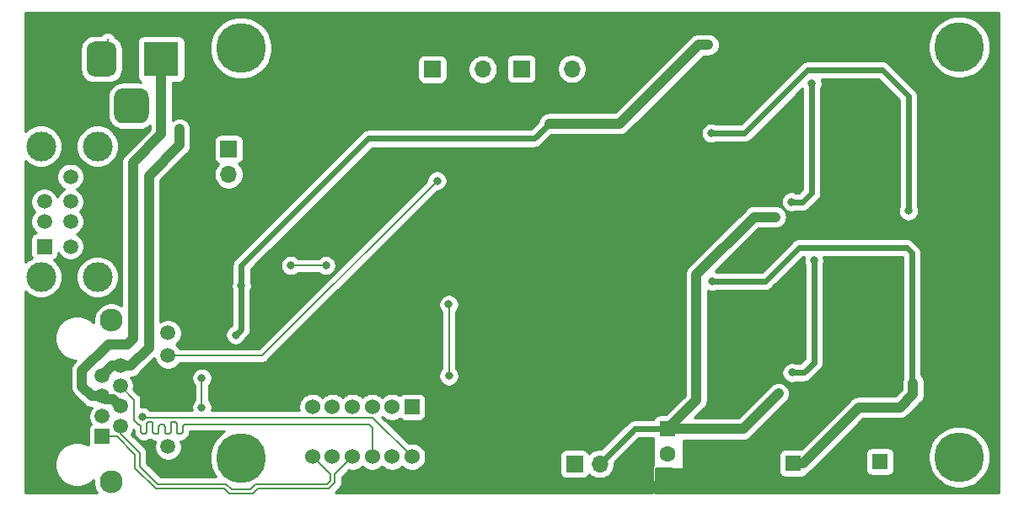
<source format=gbr>
%TF.GenerationSoftware,KiCad,Pcbnew,(5.1.7)-1*%
%TF.CreationDate,2020-11-11T14:22:04+03:00*%
%TF.ProjectId,MT7628_USB_MODEM,4d543736-3238-45f5-9553-425f4d4f4445,rev?*%
%TF.SameCoordinates,Original*%
%TF.FileFunction,Copper,L2,Bot*%
%TF.FilePolarity,Positive*%
%FSLAX46Y46*%
G04 Gerber Fmt 4.6, Leading zero omitted, Abs format (unit mm)*
G04 Created by KiCad (PCBNEW (5.1.7)-1) date 2020-11-11 14:22:04*
%MOMM*%
%LPD*%
G01*
G04 APERTURE LIST*
%TA.AperFunction,SMDPad,CuDef*%
%ADD10R,2.500000X1.800000*%
%TD*%
%TA.AperFunction,ComponentPad*%
%ADD11C,0.500000*%
%TD*%
%TA.AperFunction,ComponentPad*%
%ADD12O,1.700000X1.700000*%
%TD*%
%TA.AperFunction,ComponentPad*%
%ADD13R,1.700000X1.700000*%
%TD*%
%TA.AperFunction,ComponentPad*%
%ADD14C,1.500000*%
%TD*%
%TA.AperFunction,ComponentPad*%
%ADD15C,2.300000*%
%TD*%
%TA.AperFunction,ComponentPad*%
%ADD16R,1.500000X1.500000*%
%TD*%
%TA.AperFunction,ComponentPad*%
%ADD17C,1.524000*%
%TD*%
%TA.AperFunction,ComponentPad*%
%ADD18R,1.524000X1.524000*%
%TD*%
%TA.AperFunction,ComponentPad*%
%ADD19R,3.500000X3.500000*%
%TD*%
%TA.AperFunction,ComponentPad*%
%ADD20C,3.000000*%
%TD*%
%TA.AperFunction,ComponentPad*%
%ADD21C,1.600000*%
%TD*%
%TA.AperFunction,ComponentPad*%
%ADD22R,1.600000X1.600000*%
%TD*%
%TA.AperFunction,ViaPad*%
%ADD23C,5.000000*%
%TD*%
%TA.AperFunction,ViaPad*%
%ADD24C,0.800000*%
%TD*%
%TA.AperFunction,Conductor*%
%ADD25C,1.000000*%
%TD*%
%TA.AperFunction,Conductor*%
%ADD26C,0.200000*%
%TD*%
%TA.AperFunction,Conductor*%
%ADD27C,0.600000*%
%TD*%
%TA.AperFunction,Conductor*%
%ADD28C,0.254000*%
%TD*%
%TA.AperFunction,Conductor*%
%ADD29C,0.100000*%
%TD*%
G04 APERTURE END LIST*
D10*
%TO.P,D1,9*%
%TO.N,GND*%
X147657820Y-68818760D03*
D11*
X146657820Y-69468760D03*
X146657820Y-68168760D03*
X147657820Y-69468760D03*
X147657820Y-68168760D03*
X148657820Y-69468760D03*
X148657820Y-68168760D03*
%TD*%
D10*
%TO.P,D2,9*%
%TO.N,GND*%
X147474940Y-51516280D03*
D11*
X146474940Y-52166280D03*
X146474940Y-50866280D03*
X147474940Y-52166280D03*
X147474940Y-50866280D03*
X148474940Y-52166280D03*
X148474940Y-50866280D03*
%TD*%
D12*
%TO.P,J7,2*%
%TO.N,V+*%
X129448560Y-82829400D03*
D13*
%TO.P,J7,1*%
%TO.N,Net-(J7-Pad1)*%
X126908560Y-82829400D03*
%TD*%
D14*
%TO.P,J2,12*%
%TO.N,Net-(J2-Pad12)*%
X86089300Y-69663660D03*
%TO.P,J2,11*%
%TO.N,ETH1*%
X86089300Y-71953660D03*
%TO.P,J2,10*%
%TO.N,Net-(J2-Pad10)*%
X86089300Y-81093660D03*
%TO.P,J2,9*%
%TO.N,GND*%
X86089300Y-83383660D03*
D15*
%TO.P,J2,SH*%
%TO.N,N/C*%
X80379300Y-84653660D03*
X80379300Y-68393660D03*
D14*
%TO.P,J2,8*%
%TO.N,Vin-*%
X81269300Y-72971660D03*
%TO.P,J2,6*%
%TO.N,/RX1-*%
X81269300Y-75003660D03*
%TO.P,J2,4*%
%TO.N,Vin+*%
X81269300Y-77035660D03*
%TO.P,J2,2*%
%TO.N,/TX1-*%
X81269300Y-79067660D03*
%TO.P,J2,7*%
%TO.N,Vin-*%
X79489300Y-73987660D03*
%TO.P,J2,5*%
%TO.N,Vin+*%
X79489300Y-76019660D03*
%TO.P,J2,3*%
%TO.N,/RX1+*%
X79489300Y-78051660D03*
D16*
%TO.P,J2,1*%
%TO.N,/TX1+*%
X79489300Y-80083660D03*
%TD*%
D17*
%TO.P,TR1,12*%
%TO.N,/RX1+*%
X110595280Y-82093440D03*
%TO.P,TR1,11*%
%TO.N,N/C*%
X108595280Y-82093440D03*
%TO.P,TR1,10*%
%TO.N,/RX1-*%
X106595280Y-82093440D03*
%TO.P,TR1,9*%
%TO.N,/TX1+*%
X104595280Y-82093440D03*
%TO.P,TR1,8*%
%TO.N,N/C*%
X102595280Y-82093440D03*
%TO.P,TR1,7*%
%TO.N,/TX1-*%
X100595280Y-82093440D03*
%TO.P,TR1,6*%
%TO.N,/P1_T_P*%
X100595280Y-77093440D03*
%TO.P,TR1,5*%
%TO.N,N/C*%
X102595280Y-77093440D03*
%TO.P,TR1,4*%
%TO.N,/P1_T_N*%
X104595280Y-77093440D03*
%TO.P,TR1,3*%
%TO.N,/P1_R_P*%
X106595280Y-77093440D03*
%TO.P,TR1,2*%
%TO.N,N/C*%
X108595280Y-77093440D03*
D18*
%TO.P,TR1,1*%
%TO.N,/P1_R_N*%
X110595280Y-77093440D03*
%TD*%
D12*
%TO.P,J4,3*%
%TO.N,GND*%
X92163900Y-56255920D03*
%TO.P,J4,2*%
%TO.N,I2C_SD*%
X92163900Y-53715920D03*
D13*
%TO.P,J4,1*%
%TO.N,I2C_SCKL*%
X92163900Y-51175920D03*
%TD*%
%TO.P,J3,3*%
%TO.N,Vin-*%
%TA.AperFunction,ComponentPad*%
G36*
G01*
X80649880Y-47700900D02*
X80649880Y-45950900D01*
G75*
G02*
X81524880Y-45075900I875000J0D01*
G01*
X83274880Y-45075900D01*
G75*
G02*
X84149880Y-45950900I0J-875000D01*
G01*
X84149880Y-47700900D01*
G75*
G02*
X83274880Y-48575900I-875000J0D01*
G01*
X81524880Y-48575900D01*
G75*
G02*
X80649880Y-47700900I0J875000D01*
G01*
G37*
%TD.AperFunction*%
%TO.P,J3,2*%
%TA.AperFunction,ComponentPad*%
G36*
G01*
X77899880Y-43125900D02*
X77899880Y-41125900D01*
G75*
G02*
X78649880Y-40375900I750000J0D01*
G01*
X80149880Y-40375900D01*
G75*
G02*
X80899880Y-41125900I0J-750000D01*
G01*
X80899880Y-43125900D01*
G75*
G02*
X80149880Y-43875900I-750000J0D01*
G01*
X78649880Y-43875900D01*
G75*
G02*
X77899880Y-43125900I0J750000D01*
G01*
G37*
%TD.AperFunction*%
D19*
%TO.P,J3,1*%
%TO.N,Vin+*%
X85399880Y-42125900D03*
%TD*%
D20*
%TO.P,J1,9*%
%TO.N,N/C*%
X73310000Y-50890000D03*
X73310000Y-64030000D03*
D16*
%TO.P,J1,1*%
%TO.N,+5V*%
X73660000Y-60960000D03*
D14*
%TO.P,J1,2*%
%TO.N,Net-(J1-Pad2)*%
X73660000Y-58460000D03*
%TO.P,J1,3*%
%TO.N,Net-(J1-Pad3)*%
X73660000Y-56460000D03*
%TO.P,J1,4*%
%TO.N,GND*%
X73660000Y-53960000D03*
D20*
%TO.P,J1,9*%
%TO.N,N/C*%
X78990000Y-64030000D03*
X78990000Y-50890000D03*
D14*
%TO.P,J1,5*%
X76280000Y-60960000D03*
%TO.P,J1,6*%
X76280000Y-58460000D03*
%TO.P,J1,7*%
X76280000Y-56460000D03*
%TO.P,J1,8*%
X76280000Y-53960000D03*
%TD*%
D12*
%TO.P,J6,3*%
%TO.N,Net-(J6-Pad3)*%
X117711220Y-43136820D03*
%TO.P,J6,2*%
%TO.N,GND*%
X115171220Y-43136820D03*
D13*
%TO.P,J6,1*%
%TO.N,Net-(J6-Pad1)*%
X112631220Y-43136820D03*
%TD*%
D12*
%TO.P,J5,3*%
%TO.N,Net-(J5-Pad3)*%
X126657100Y-43101260D03*
%TO.P,J5,2*%
%TO.N,GND*%
X124117100Y-43101260D03*
D13*
%TO.P,J5,1*%
%TO.N,Net-(J5-Pad1)*%
X121577100Y-43101260D03*
%TD*%
D21*
%TO.P,C14,2*%
%TO.N,GND*%
X157601920Y-80090640D03*
D22*
%TO.P,C14,1*%
%TO.N,+3V3*%
X157601920Y-82590640D03*
%TD*%
D21*
%TO.P,C13,2*%
%TO.N,GND*%
X148897340Y-80245580D03*
D22*
%TO.P,C13,1*%
%TO.N,+5V*%
X148897340Y-82745580D03*
%TD*%
D21*
%TO.P,C11,2*%
%TO.N,GND*%
X136260840Y-81814040D03*
D22*
%TO.P,C11,1*%
%TO.N,V+*%
X136260840Y-79314040D03*
%TD*%
D23*
%TO.N,*%
X165562280Y-82135980D03*
X165562280Y-40919400D03*
X93403420Y-82227420D03*
X93403420Y-41010840D03*
D24*
%TO.N,Vin-*%
X87236300Y-49159160D03*
%TO.N,V+*%
X148748750Y-73651110D03*
X150967941Y-62362581D03*
X150769320Y-44594780D03*
X148709340Y-56479440D03*
X147429220Y-75745340D03*
X147106640Y-57990740D03*
%TO.N,+3V3*%
X140672820Y-49573180D03*
X160454340Y-57378600D03*
X92867480Y-69860160D03*
X93456760Y-64927480D03*
X124386340Y-48623220D03*
X139387580Y-40695880D03*
X140352780Y-40695880D03*
X125285500Y-48623220D03*
%TO.N,+5V*%
X140743940Y-64462660D03*
X160924240Y-74683620D03*
X160924240Y-75557380D03*
%TO.N,RST*%
X114289840Y-73972420D03*
X114284759Y-66791839D03*
%TO.N,ETH1*%
X113108740Y-54361080D03*
%TO.N,Net-(J2-Pad10)*%
X89468960Y-74180700D03*
X89468960Y-77167740D03*
%TO.N,/RX1+*%
X83494880Y-78117700D03*
%TO.N,GND*%
X97774760Y-50713640D03*
X100543360Y-50645060D03*
X129324100Y-44335700D03*
X129326640Y-45283120D03*
X156194760Y-55968900D03*
X156817060Y-73299320D03*
X156811980Y-72456040D03*
X156189680Y-54996080D03*
X128573940Y-72741380D03*
X91627960Y-77035660D03*
X141861540Y-68298060D03*
X141861540Y-69329300D03*
X142438120Y-51120040D03*
X142438120Y-52021740D03*
%TO.N,GPIO0*%
X98425000Y-62877700D03*
X101940360Y-62877700D03*
%TD*%
D25*
%TO.N,Vin-*%
X80505300Y-72971660D02*
X81269300Y-72971660D01*
X79489300Y-73987660D02*
X80505300Y-72971660D01*
D26*
X80010000Y-41910000D02*
X80010000Y-40091360D01*
D25*
X87236300Y-50792380D02*
X87236300Y-49159160D01*
X84167980Y-53860700D02*
X87236300Y-50792380D01*
X84167980Y-71133640D02*
X84167980Y-53860700D01*
X82329960Y-72971660D02*
X84167980Y-71133640D01*
X81269300Y-72971660D02*
X82329960Y-72971660D01*
D27*
%TO.N,V+*%
X149829520Y-56479440D02*
X148709340Y-56479440D01*
X150769320Y-55539640D02*
X149829520Y-56479440D01*
X150769320Y-44594780D02*
X150769320Y-55539640D01*
X150967941Y-72648579D02*
X150967941Y-62362581D01*
X149965410Y-73651110D02*
X150967941Y-72648579D01*
X148748750Y-73651110D02*
X149965410Y-73651110D01*
D25*
X143860520Y-79314040D02*
X147429220Y-75745340D01*
X136260840Y-79314040D02*
X143860520Y-79314040D01*
X139148820Y-76426060D02*
X136260840Y-79314040D01*
X139148820Y-63781940D02*
X139148820Y-76426060D01*
X144940020Y-57990740D02*
X139148820Y-63781940D01*
X147106640Y-57990740D02*
X144940020Y-57990740D01*
D27*
X132963920Y-79314040D02*
X129448560Y-82829400D01*
X136260840Y-79314040D02*
X132963920Y-79314040D01*
%TO.N,+3V3*%
X160454340Y-45874940D02*
X160454340Y-57365900D01*
X157825440Y-43246040D02*
X160454340Y-45874940D01*
X150322280Y-43246040D02*
X157825440Y-43246040D01*
X143995140Y-49573180D02*
X150322280Y-43246040D01*
X140672820Y-49573180D02*
X143995140Y-49573180D01*
X93456760Y-65290700D02*
X93456760Y-64927480D01*
X93454220Y-65293240D02*
X93456760Y-65290700D01*
X93454220Y-69273420D02*
X93454220Y-65293240D01*
X92867480Y-69860160D02*
X93454220Y-69273420D01*
X93456760Y-64927480D02*
X93456760Y-64927480D01*
X93456760Y-64927480D02*
X93456760Y-62857380D01*
X93456760Y-62857380D02*
X106199940Y-50114200D01*
X122895360Y-50114200D02*
X124386340Y-48623220D01*
X106199940Y-50114200D02*
X122895360Y-50114200D01*
D25*
X140352780Y-40695880D02*
X139387580Y-40695880D01*
X139387580Y-40695880D02*
X131470400Y-48613060D01*
X124396500Y-48613060D02*
X124386340Y-48623220D01*
X131470400Y-48613060D02*
X124396500Y-48613060D01*
%TO.N,+5V*%
X160924240Y-74683620D02*
X160924240Y-75557380D01*
X160924240Y-75821540D02*
X159598360Y-77147420D01*
X159598360Y-77147420D02*
X155468320Y-77147420D01*
X149870160Y-82745580D02*
X148897340Y-82745580D01*
X155468320Y-77147420D02*
X149870160Y-82745580D01*
X160924240Y-75557380D02*
X160924240Y-75821540D01*
D27*
X160804860Y-74564240D02*
X160924240Y-74683620D01*
X160804860Y-61617860D02*
X160804860Y-74564240D01*
X160263840Y-61076840D02*
X160804860Y-61617860D01*
X149491700Y-61076840D02*
X160263840Y-61076840D01*
X146105880Y-64462660D02*
X149491700Y-61076840D01*
X140743940Y-64462660D02*
X146105880Y-64462660D01*
D26*
%TO.N,RST*%
X114289840Y-73972420D02*
X114289840Y-66796920D01*
X114289840Y-66796920D02*
X114284759Y-66791839D01*
%TO.N,ETH1*%
X86089300Y-71953660D02*
X95516160Y-71953660D01*
X95516160Y-71953660D02*
X113108740Y-54361080D01*
D25*
%TO.N,Vin+*%
X80519301Y-76285661D02*
X79755301Y-76285661D01*
X79755301Y-76285661D02*
X79489300Y-76019660D01*
X81269300Y-77035660D02*
X80519301Y-76285661D01*
X80088740Y-70777100D02*
X82016600Y-70777100D01*
X77424280Y-73441560D02*
X80088740Y-70777100D01*
X85399880Y-49677320D02*
X85399880Y-42125900D01*
X82544920Y-70248780D02*
X82544920Y-52532280D01*
X82016600Y-70777100D02*
X82544920Y-70248780D01*
X77424280Y-75015300D02*
X77424280Y-73441560D01*
X78428640Y-76019660D02*
X77424280Y-75015300D01*
X82544920Y-52532280D02*
X85399880Y-49677320D01*
X79489300Y-76019660D02*
X78428640Y-76019660D01*
D26*
%TO.N,Net-(J2-Pad10)*%
X89468960Y-74180700D02*
X89468960Y-77167740D01*
%TO.N,/RX1-*%
X106595280Y-79165820D02*
X106595280Y-82093440D01*
X106247162Y-78817702D02*
X106595280Y-79165820D01*
X87857278Y-78817702D02*
X106247162Y-78817702D01*
X87790521Y-78825223D02*
X87857278Y-78817702D01*
X87727112Y-78847411D02*
X87790521Y-78825223D01*
X87670231Y-78883152D02*
X87727112Y-78847411D01*
X87622728Y-78930655D02*
X87670231Y-78883152D01*
X87586987Y-78987536D02*
X87622728Y-78930655D01*
X87564799Y-79050945D02*
X87586987Y-78987536D01*
X87557278Y-79117702D02*
X87564799Y-79050945D01*
X87557278Y-79517702D02*
X87557278Y-79117702D01*
X87549756Y-79584458D02*
X87557278Y-79517702D01*
X87527568Y-79647867D02*
X87549756Y-79584458D01*
X87491827Y-79704748D02*
X87527568Y-79647867D01*
X87444324Y-79752251D02*
X87491827Y-79704748D01*
X87387443Y-79787992D02*
X87444324Y-79752251D01*
X87324034Y-79810180D02*
X87387443Y-79787992D01*
X87257278Y-79817702D02*
X87324034Y-79810180D01*
X87190521Y-79810180D02*
X87257278Y-79817702D01*
X87127112Y-79787992D02*
X87190521Y-79810180D01*
X87070231Y-79752251D02*
X87127112Y-79787992D01*
X87022728Y-79704748D02*
X87070231Y-79752251D01*
X86986987Y-79647867D02*
X87022728Y-79704748D01*
X86964799Y-79584458D02*
X86986987Y-79647867D01*
X86957278Y-79517702D02*
X86964799Y-79584458D01*
X86957278Y-78717702D02*
X86957278Y-79517702D01*
X86954770Y-78695450D02*
X86957278Y-78717702D01*
X86947374Y-78674314D02*
X86954770Y-78695450D01*
X86935461Y-78655354D02*
X86947374Y-78674314D01*
X86919626Y-78639519D02*
X86935461Y-78655354D01*
X86900666Y-78627606D02*
X86919626Y-78639519D01*
X86879530Y-78620210D02*
X86900666Y-78627606D01*
X86857278Y-78617702D02*
X86879530Y-78620210D01*
X86457278Y-78617702D02*
X86857278Y-78617702D01*
X86435025Y-78620210D02*
X86457278Y-78617702D01*
X86413889Y-78627606D02*
X86435025Y-78620210D01*
X86394929Y-78639519D02*
X86413889Y-78627606D01*
X86379094Y-78655354D02*
X86394929Y-78639519D01*
X86367181Y-78674314D02*
X86379094Y-78655354D01*
X86359785Y-78695450D02*
X86367181Y-78674314D01*
X86357278Y-78717702D02*
X86359785Y-78695450D01*
X86357278Y-79517702D02*
X86357278Y-78717702D01*
X86349756Y-79584458D02*
X86357278Y-79517702D01*
X86327568Y-79647867D02*
X86349756Y-79584458D01*
X86291827Y-79704748D02*
X86327568Y-79647867D01*
X86244324Y-79752251D02*
X86291827Y-79704748D01*
X86187443Y-79787992D02*
X86244324Y-79752251D01*
X86124034Y-79810180D02*
X86187443Y-79787992D01*
X86057278Y-79817702D02*
X86124034Y-79810180D01*
X85990521Y-79810180D02*
X86057278Y-79817702D01*
X85927112Y-79787992D02*
X85990521Y-79810180D01*
X85870231Y-79752251D02*
X85927112Y-79787992D01*
X85822728Y-79704748D02*
X85870231Y-79752251D01*
X85786987Y-79647867D02*
X85822728Y-79704748D01*
X85764799Y-79584458D02*
X85786987Y-79647867D01*
X85757278Y-79517702D02*
X85764799Y-79584458D01*
X85757278Y-79117702D02*
X85757278Y-79517702D01*
X85749756Y-79050945D02*
X85757278Y-79117702D01*
X85727568Y-78987536D02*
X85749756Y-79050945D01*
X85691827Y-78930655D02*
X85727568Y-78987536D01*
X85644324Y-78883152D02*
X85691827Y-78930655D01*
X85587443Y-78847411D02*
X85644324Y-78883152D01*
X85524034Y-78825223D02*
X85587443Y-78847411D01*
X85457278Y-78817702D02*
X85524034Y-78825223D01*
X85390521Y-78825223D02*
X85457278Y-78817702D01*
X85327112Y-78847411D02*
X85390521Y-78825223D01*
X85270231Y-78883152D02*
X85327112Y-78847411D01*
X85222728Y-78930655D02*
X85270231Y-78883152D01*
X83979094Y-78655354D02*
X83994929Y-78639519D01*
X83967181Y-78674314D02*
X83979094Y-78655354D01*
X83959785Y-78695450D02*
X83967181Y-78674314D01*
X83957278Y-78717702D02*
X83959785Y-78695450D01*
X83957278Y-79517702D02*
X83957278Y-78717702D01*
X83949756Y-79584458D02*
X83957278Y-79517702D01*
X83927568Y-79647867D02*
X83949756Y-79584458D01*
X83891827Y-79704748D02*
X83927568Y-79647867D01*
X83844324Y-79752251D02*
X83891827Y-79704748D01*
X83787443Y-79787992D02*
X83844324Y-79752251D01*
X83724034Y-79810180D02*
X83787443Y-79787992D01*
X83657278Y-79817702D02*
X83724034Y-79810180D01*
X83590521Y-79810180D02*
X83657278Y-79817702D01*
X83527112Y-79787992D02*
X83590521Y-79810180D01*
X83470231Y-79752251D02*
X83527112Y-79787992D01*
X83422728Y-79704748D02*
X83470231Y-79752251D01*
X82636360Y-76362560D02*
X82636360Y-78396784D01*
X83386987Y-79647867D02*
X83422728Y-79704748D01*
X82636360Y-78396784D02*
X83057278Y-78817702D01*
X83057278Y-78817702D02*
X83124034Y-78825223D01*
X83124034Y-78825223D02*
X83187443Y-78847411D01*
X83187443Y-78847411D02*
X83244324Y-78883152D01*
X83244324Y-78883152D02*
X83291827Y-78930655D01*
X83291827Y-78930655D02*
X83327568Y-78987536D01*
X83327568Y-78987536D02*
X83349756Y-79050945D01*
X83349756Y-79050945D02*
X83357278Y-79117702D01*
X83357278Y-79117702D02*
X83357278Y-79517702D01*
X83357278Y-79517702D02*
X83364799Y-79584458D01*
X83364799Y-79584458D02*
X83386987Y-79647867D01*
X83994929Y-78639519D02*
X84013889Y-78627606D01*
X84013889Y-78627606D02*
X84035025Y-78620210D01*
X84035025Y-78620210D02*
X84057278Y-78617702D01*
X84057278Y-78617702D02*
X84457278Y-78617702D01*
X84457278Y-78617702D02*
X84479530Y-78620210D01*
X84479530Y-78620210D02*
X84500666Y-78627606D01*
X84500666Y-78627606D02*
X84519626Y-78639519D01*
X84519626Y-78639519D02*
X84535461Y-78655354D01*
X84535461Y-78655354D02*
X84547374Y-78674314D01*
X84547374Y-78674314D02*
X84554770Y-78695450D01*
X84554770Y-78695450D02*
X84557278Y-78717702D01*
X84557278Y-78717702D02*
X84557278Y-79517702D01*
X84557278Y-79517702D02*
X84564799Y-79584458D01*
X84564799Y-79584458D02*
X84586987Y-79647867D01*
X84586987Y-79647867D02*
X84622728Y-79704748D01*
X84622728Y-79704748D02*
X84670231Y-79752251D01*
X84670231Y-79752251D02*
X84727112Y-79787992D01*
X84727112Y-79787992D02*
X84790521Y-79810180D01*
X84790521Y-79810180D02*
X84857278Y-79817702D01*
X84857278Y-79817702D02*
X84924034Y-79810180D01*
X84924034Y-79810180D02*
X84987443Y-79787992D01*
X84987443Y-79787992D02*
X85044324Y-79752251D01*
X85044324Y-79752251D02*
X85091827Y-79704748D01*
X85091827Y-79704748D02*
X85127568Y-79647867D01*
X85127568Y-79647867D02*
X85149756Y-79584458D01*
X85149756Y-79584458D02*
X85157278Y-79517702D01*
X85157278Y-79517702D02*
X85157278Y-79117702D01*
X85157278Y-79117702D02*
X85164799Y-79050945D01*
X85164799Y-79050945D02*
X85186987Y-78987536D01*
X85186987Y-78987536D02*
X85222728Y-78930655D01*
X82628200Y-76362560D02*
X81269300Y-75003660D01*
X82636360Y-76362560D02*
X82628200Y-76362560D01*
%TO.N,/TX1-*%
X83234740Y-81730901D02*
X81269300Y-79765461D01*
X83234740Y-83084180D02*
X83234740Y-81730901D01*
X85030800Y-84880240D02*
X83234740Y-83084180D01*
X92452198Y-85420200D02*
X91912238Y-84880240D01*
X94354642Y-85420200D02*
X92452198Y-85420200D01*
X94894602Y-84880240D02*
X94354642Y-85420200D01*
X91912238Y-84880240D02*
X85030800Y-84880240D01*
X102019880Y-84880240D02*
X94894602Y-84880240D01*
X102370280Y-84529840D02*
X102019880Y-84880240D01*
X81269300Y-79765461D02*
X81269300Y-79067660D01*
X102370280Y-83868440D02*
X102370280Y-84529840D01*
X100595280Y-82093440D02*
X102370280Y-83868440D01*
%TO.N,/RX1+*%
X110564300Y-82093440D02*
X110595280Y-82093440D01*
X83545680Y-78168500D02*
X106639360Y-78168500D01*
X106639360Y-78168500D02*
X110564300Y-82093440D01*
X83494880Y-78117700D02*
X83545680Y-78168500D01*
%TO.N,/TX1+*%
X82784740Y-83270580D02*
X82784740Y-81917299D01*
X82784740Y-81917299D02*
X80951101Y-80083660D01*
X91725855Y-85330240D02*
X84844400Y-85330240D01*
X92237455Y-85841840D02*
X91725855Y-85330240D01*
X94569385Y-85841840D02*
X92237455Y-85841840D01*
X95080985Y-85330240D02*
X94569385Y-85841840D01*
X102206280Y-85330240D02*
X95080985Y-85330240D01*
X80951101Y-80083660D02*
X79489300Y-80083660D01*
X102820280Y-84716240D02*
X102206280Y-85330240D01*
X84844400Y-85330240D02*
X82784740Y-83270580D01*
X102820280Y-83868440D02*
X102820280Y-84716240D01*
X104595280Y-82093440D02*
X102820280Y-83868440D01*
%TO.N,GPIO0*%
X101434900Y-62877700D02*
X98425000Y-62877700D01*
X101434900Y-62877700D02*
X101940360Y-62877700D01*
%TD*%
D28*
%TO.N,GND*%
X169520001Y-85700000D02*
X134979085Y-85700000D01*
X135050133Y-83286600D01*
X135626327Y-83286600D01*
X137776538Y-83341169D01*
X137801368Y-83339358D01*
X137825368Y-83332738D01*
X137847616Y-83321563D01*
X137867255Y-83306262D01*
X137883533Y-83287424D01*
X137895822Y-83265772D01*
X137903651Y-83242139D01*
X137906757Y-83213396D01*
X137889045Y-80449040D01*
X143804769Y-80449040D01*
X143860520Y-80454531D01*
X143916271Y-80449040D01*
X143916272Y-80449040D01*
X144083019Y-80432617D01*
X144296967Y-80367716D01*
X144494143Y-80262324D01*
X144666969Y-80120489D01*
X144702516Y-80077175D01*
X148271208Y-76508484D01*
X148377503Y-76378963D01*
X148482896Y-76181787D01*
X148547797Y-75967839D01*
X148569711Y-75745340D01*
X148547797Y-75522842D01*
X148482896Y-75308894D01*
X148377503Y-75111718D01*
X148235668Y-74938892D01*
X148062842Y-74797057D01*
X147865666Y-74691664D01*
X147651718Y-74626763D01*
X147429220Y-74604849D01*
X147206721Y-74626763D01*
X146992773Y-74691664D01*
X146795597Y-74797057D01*
X146666076Y-74903352D01*
X143390389Y-78179040D01*
X139000972Y-78179040D01*
X139911961Y-77268051D01*
X139955269Y-77232509D01*
X140097104Y-77059683D01*
X140202496Y-76862507D01*
X140267397Y-76648559D01*
X140283820Y-76481812D01*
X140283820Y-76481803D01*
X140289310Y-76426061D01*
X140283820Y-76370319D01*
X140283820Y-65392348D01*
X140442042Y-65457886D01*
X140642001Y-65497660D01*
X140845879Y-65497660D01*
X141045838Y-65457886D01*
X141191235Y-65397660D01*
X146059948Y-65397660D01*
X146105880Y-65402184D01*
X146151812Y-65397660D01*
X146289172Y-65384131D01*
X146465420Y-65330667D01*
X146627852Y-65243846D01*
X146770224Y-65127004D01*
X146799510Y-65091319D01*
X149878989Y-62011840D01*
X149992947Y-62011840D01*
X149972715Y-62060683D01*
X149932941Y-62260642D01*
X149932941Y-62464520D01*
X149972715Y-62664479D01*
X150032942Y-62809879D01*
X150032941Y-72261290D01*
X149578121Y-72716110D01*
X149196045Y-72716110D01*
X149050648Y-72655884D01*
X148850689Y-72616110D01*
X148646811Y-72616110D01*
X148446852Y-72655884D01*
X148258494Y-72733905D01*
X148088976Y-72847173D01*
X147944813Y-72991336D01*
X147831545Y-73160854D01*
X147753524Y-73349212D01*
X147713750Y-73549171D01*
X147713750Y-73753049D01*
X147753524Y-73953008D01*
X147831545Y-74141366D01*
X147944813Y-74310884D01*
X148088976Y-74455047D01*
X148258494Y-74568315D01*
X148446852Y-74646336D01*
X148646811Y-74686110D01*
X148850689Y-74686110D01*
X149050648Y-74646336D01*
X149196045Y-74586110D01*
X149919478Y-74586110D01*
X149965410Y-74590634D01*
X150011342Y-74586110D01*
X150148702Y-74572581D01*
X150324950Y-74519117D01*
X150487382Y-74432296D01*
X150629754Y-74315454D01*
X150659040Y-74279769D01*
X151596601Y-73342208D01*
X151632285Y-73312923D01*
X151749127Y-73170551D01*
X151835948Y-73008119D01*
X151889412Y-72831871D01*
X151902941Y-72694511D01*
X151902941Y-72694510D01*
X151907465Y-72648579D01*
X151902941Y-72602647D01*
X151902941Y-62809876D01*
X151963167Y-62664479D01*
X152002941Y-62464520D01*
X152002941Y-62260642D01*
X151963167Y-62060683D01*
X151942935Y-62011840D01*
X159869860Y-62011840D01*
X159869861Y-74249492D01*
X159805663Y-74461122D01*
X159789240Y-74627869D01*
X159789240Y-75351408D01*
X159128229Y-76012420D01*
X155524072Y-76012420D01*
X155468320Y-76006929D01*
X155412568Y-76012420D01*
X155245821Y-76028843D01*
X155031873Y-76093744D01*
X154834697Y-76199136D01*
X154661871Y-76340971D01*
X154626331Y-76384277D01*
X149702584Y-81308025D01*
X149697340Y-81307508D01*
X148097340Y-81307508D01*
X147972858Y-81319768D01*
X147853160Y-81356078D01*
X147742846Y-81415043D01*
X147646155Y-81494395D01*
X147566803Y-81591086D01*
X147507838Y-81701400D01*
X147471528Y-81821098D01*
X147459268Y-81945580D01*
X147459268Y-83545580D01*
X147471528Y-83670062D01*
X147507838Y-83789760D01*
X147566803Y-83900074D01*
X147646155Y-83996765D01*
X147742846Y-84076117D01*
X147853160Y-84135082D01*
X147972858Y-84171392D01*
X148097340Y-84183652D01*
X149697340Y-84183652D01*
X149821822Y-84171392D01*
X149941520Y-84135082D01*
X150051834Y-84076117D01*
X150148525Y-83996765D01*
X150227877Y-83900074D01*
X150276959Y-83808250D01*
X150306607Y-83799256D01*
X150503783Y-83693864D01*
X150676609Y-83552029D01*
X150712156Y-83508715D01*
X152430231Y-81790640D01*
X156163848Y-81790640D01*
X156163848Y-83390640D01*
X156176108Y-83515122D01*
X156212418Y-83634820D01*
X156271383Y-83745134D01*
X156350735Y-83841825D01*
X156447426Y-83921177D01*
X156557740Y-83980142D01*
X156677438Y-84016452D01*
X156801920Y-84028712D01*
X158401920Y-84028712D01*
X158526402Y-84016452D01*
X158646100Y-83980142D01*
X158756414Y-83921177D01*
X158853105Y-83841825D01*
X158932457Y-83745134D01*
X158991422Y-83634820D01*
X159027732Y-83515122D01*
X159039992Y-83390640D01*
X159039992Y-81827209D01*
X162427280Y-81827209D01*
X162427280Y-82444751D01*
X162547756Y-83050426D01*
X162784079Y-83620959D01*
X163127166Y-84134426D01*
X163563834Y-84571094D01*
X164077301Y-84914181D01*
X164647834Y-85150504D01*
X165253509Y-85270980D01*
X165871051Y-85270980D01*
X166476726Y-85150504D01*
X167047259Y-84914181D01*
X167560726Y-84571094D01*
X167997394Y-84134426D01*
X168340481Y-83620959D01*
X168576804Y-83050426D01*
X168697280Y-82444751D01*
X168697280Y-81827209D01*
X168576804Y-81221534D01*
X168340481Y-80651001D01*
X167997394Y-80137534D01*
X167560726Y-79700866D01*
X167047259Y-79357779D01*
X166476726Y-79121456D01*
X165871051Y-79000980D01*
X165253509Y-79000980D01*
X164647834Y-79121456D01*
X164077301Y-79357779D01*
X163563834Y-79700866D01*
X163127166Y-80137534D01*
X162784079Y-80651001D01*
X162547756Y-81221534D01*
X162427280Y-81827209D01*
X159039992Y-81827209D01*
X159039992Y-81790640D01*
X159027732Y-81666158D01*
X158991422Y-81546460D01*
X158932457Y-81436146D01*
X158853105Y-81339455D01*
X158756414Y-81260103D01*
X158646100Y-81201138D01*
X158526402Y-81164828D01*
X158401920Y-81152568D01*
X156801920Y-81152568D01*
X156677438Y-81164828D01*
X156557740Y-81201138D01*
X156447426Y-81260103D01*
X156350735Y-81339455D01*
X156271383Y-81436146D01*
X156212418Y-81546460D01*
X156176108Y-81666158D01*
X156163848Y-81790640D01*
X152430231Y-81790640D01*
X155938452Y-78282420D01*
X159542609Y-78282420D01*
X159598360Y-78287911D01*
X159654111Y-78282420D01*
X159654112Y-78282420D01*
X159820859Y-78265997D01*
X160034807Y-78201096D01*
X160231983Y-78095704D01*
X160404809Y-77953869D01*
X160440356Y-77910555D01*
X161687380Y-76663532D01*
X161730689Y-76627989D01*
X161872524Y-76455163D01*
X161977916Y-76257986D01*
X162042817Y-76044038D01*
X162059240Y-75877291D01*
X162059240Y-75877283D01*
X162064730Y-75821541D01*
X162059240Y-75765799D01*
X162059240Y-74627868D01*
X162042817Y-74461121D01*
X161977916Y-74247173D01*
X161872524Y-74049997D01*
X161739860Y-73888346D01*
X161739860Y-61663792D01*
X161744384Y-61617860D01*
X161726331Y-61434568D01*
X161693877Y-61327581D01*
X161672867Y-61258320D01*
X161586046Y-61095888D01*
X161469204Y-60953516D01*
X161433515Y-60924227D01*
X160957471Y-60448182D01*
X160928184Y-60412496D01*
X160785812Y-60295654D01*
X160623380Y-60208833D01*
X160447132Y-60155369D01*
X160309772Y-60141840D01*
X160263840Y-60137316D01*
X160217908Y-60141840D01*
X149537635Y-60141840D01*
X149491700Y-60137316D01*
X149308408Y-60155368D01*
X149132159Y-60208833D01*
X149075580Y-60239075D01*
X148969728Y-60295654D01*
X148827356Y-60412496D01*
X148798070Y-60448181D01*
X145718591Y-63527660D01*
X141191235Y-63527660D01*
X141061832Y-63474059D01*
X145410153Y-59125740D01*
X147162392Y-59125740D01*
X147329139Y-59109317D01*
X147543087Y-59044416D01*
X147740263Y-58939024D01*
X147913089Y-58797189D01*
X148054924Y-58624363D01*
X148160316Y-58427187D01*
X148225217Y-58213239D01*
X148247131Y-57990740D01*
X148225217Y-57768241D01*
X148160316Y-57554293D01*
X148054924Y-57357117D01*
X147913089Y-57184291D01*
X147740263Y-57042456D01*
X147543087Y-56937064D01*
X147329139Y-56872163D01*
X147162392Y-56855740D01*
X144995772Y-56855740D01*
X144940020Y-56850249D01*
X144717521Y-56872163D01*
X144503573Y-56937064D01*
X144306397Y-57042456D01*
X144176876Y-57148751D01*
X144176874Y-57148753D01*
X144133571Y-57184291D01*
X144098033Y-57227594D01*
X138385685Y-62939944D01*
X138342371Y-62975491D01*
X138200536Y-63148317D01*
X138095145Y-63345493D01*
X138095144Y-63345494D01*
X138030243Y-63559442D01*
X138008329Y-63781940D01*
X138013820Y-63837692D01*
X138013821Y-75955927D01*
X136093781Y-77875968D01*
X135460840Y-77875968D01*
X135336358Y-77888228D01*
X135216660Y-77924538D01*
X135106346Y-77983503D01*
X135009655Y-78062855D01*
X134930303Y-78159546D01*
X134871338Y-78269860D01*
X134838219Y-78379040D01*
X133009855Y-78379040D01*
X132963920Y-78374516D01*
X132780628Y-78392568D01*
X132688024Y-78420660D01*
X132604380Y-78446033D01*
X132441948Y-78532854D01*
X132299576Y-78649696D01*
X132270290Y-78685381D01*
X129608542Y-81347129D01*
X129594820Y-81344400D01*
X129302300Y-81344400D01*
X129015402Y-81401468D01*
X128745149Y-81513410D01*
X128501928Y-81675925D01*
X128370073Y-81807780D01*
X128348062Y-81735220D01*
X128289097Y-81624906D01*
X128209745Y-81528215D01*
X128113054Y-81448863D01*
X128002740Y-81389898D01*
X127883042Y-81353588D01*
X127758560Y-81341328D01*
X126058560Y-81341328D01*
X125934078Y-81353588D01*
X125814380Y-81389898D01*
X125704066Y-81448863D01*
X125607375Y-81528215D01*
X125528023Y-81624906D01*
X125469058Y-81735220D01*
X125432748Y-81854918D01*
X125420488Y-81979400D01*
X125420488Y-83679400D01*
X125432748Y-83803882D01*
X125469058Y-83923580D01*
X125528023Y-84033894D01*
X125607375Y-84130585D01*
X125704066Y-84209937D01*
X125814380Y-84268902D01*
X125934078Y-84305212D01*
X126058560Y-84317472D01*
X127758560Y-84317472D01*
X127883042Y-84305212D01*
X128002740Y-84268902D01*
X128113054Y-84209937D01*
X128209745Y-84130585D01*
X128289097Y-84033894D01*
X128348062Y-83923580D01*
X128370073Y-83851020D01*
X128501928Y-83982875D01*
X128745149Y-84145390D01*
X129015402Y-84257332D01*
X129302300Y-84314400D01*
X129594820Y-84314400D01*
X129881718Y-84257332D01*
X130151971Y-84145390D01*
X130395192Y-83982875D01*
X130602035Y-83776032D01*
X130764550Y-83532811D01*
X130876492Y-83262558D01*
X130933560Y-82975660D01*
X130933560Y-82683140D01*
X130930831Y-82669418D01*
X133351209Y-80249040D01*
X134838219Y-80249040D01*
X134852548Y-80296277D01*
X134851438Y-80297564D01*
X134839169Y-80319228D01*
X134831363Y-80342868D01*
X134828290Y-80369110D01*
X134762386Y-85700000D01*
X102875966Y-85700000D01*
X103314473Y-85261494D01*
X103342518Y-85238478D01*
X103434367Y-85126560D01*
X103502617Y-84998873D01*
X103544645Y-84860325D01*
X103555280Y-84752345D01*
X103555280Y-84752338D01*
X103558835Y-84716241D01*
X103555280Y-84680144D01*
X103555280Y-84172886D01*
X104274220Y-83453946D01*
X104457688Y-83490440D01*
X104732872Y-83490440D01*
X105002770Y-83436754D01*
X105257007Y-83331445D01*
X105485815Y-83178560D01*
X105595280Y-83069095D01*
X105704745Y-83178560D01*
X105933553Y-83331445D01*
X106187790Y-83436754D01*
X106457688Y-83490440D01*
X106732872Y-83490440D01*
X107002770Y-83436754D01*
X107257007Y-83331445D01*
X107485815Y-83178560D01*
X107595280Y-83069095D01*
X107704745Y-83178560D01*
X107933553Y-83331445D01*
X108187790Y-83436754D01*
X108457688Y-83490440D01*
X108732872Y-83490440D01*
X109002770Y-83436754D01*
X109257007Y-83331445D01*
X109485815Y-83178560D01*
X109595280Y-83069095D01*
X109704745Y-83178560D01*
X109933553Y-83331445D01*
X110187790Y-83436754D01*
X110457688Y-83490440D01*
X110732872Y-83490440D01*
X111002770Y-83436754D01*
X111257007Y-83331445D01*
X111485815Y-83178560D01*
X111680400Y-82983975D01*
X111833285Y-82755167D01*
X111938594Y-82500930D01*
X111992280Y-82231032D01*
X111992280Y-81955848D01*
X111938594Y-81685950D01*
X111833285Y-81431713D01*
X111680400Y-81202905D01*
X111485815Y-81008320D01*
X111257007Y-80855435D01*
X111002770Y-80750126D01*
X110732872Y-80696440D01*
X110457688Y-80696440D01*
X110248381Y-80738074D01*
X107587341Y-78077034D01*
X107595280Y-78069095D01*
X107704745Y-78178560D01*
X107933553Y-78331445D01*
X108187790Y-78436754D01*
X108457688Y-78490440D01*
X108732872Y-78490440D01*
X109002770Y-78436754D01*
X109257007Y-78331445D01*
X109350950Y-78268674D01*
X109382095Y-78306625D01*
X109478786Y-78385977D01*
X109589100Y-78444942D01*
X109708798Y-78481252D01*
X109833280Y-78493512D01*
X111357280Y-78493512D01*
X111481762Y-78481252D01*
X111601460Y-78444942D01*
X111711774Y-78385977D01*
X111808465Y-78306625D01*
X111887817Y-78209934D01*
X111946782Y-78099620D01*
X111983092Y-77979922D01*
X111995352Y-77855440D01*
X111995352Y-76331440D01*
X111983092Y-76206958D01*
X111946782Y-76087260D01*
X111887817Y-75976946D01*
X111808465Y-75880255D01*
X111711774Y-75800903D01*
X111601460Y-75741938D01*
X111481762Y-75705628D01*
X111357280Y-75693368D01*
X109833280Y-75693368D01*
X109708798Y-75705628D01*
X109589100Y-75741938D01*
X109478786Y-75800903D01*
X109382095Y-75880255D01*
X109350950Y-75918206D01*
X109257007Y-75855435D01*
X109002770Y-75750126D01*
X108732872Y-75696440D01*
X108457688Y-75696440D01*
X108187790Y-75750126D01*
X107933553Y-75855435D01*
X107704745Y-76008320D01*
X107595280Y-76117785D01*
X107485815Y-76008320D01*
X107257007Y-75855435D01*
X107002770Y-75750126D01*
X106732872Y-75696440D01*
X106457688Y-75696440D01*
X106187790Y-75750126D01*
X105933553Y-75855435D01*
X105704745Y-76008320D01*
X105595280Y-76117785D01*
X105485815Y-76008320D01*
X105257007Y-75855435D01*
X105002770Y-75750126D01*
X104732872Y-75696440D01*
X104457688Y-75696440D01*
X104187790Y-75750126D01*
X103933553Y-75855435D01*
X103704745Y-76008320D01*
X103595280Y-76117785D01*
X103485815Y-76008320D01*
X103257007Y-75855435D01*
X103002770Y-75750126D01*
X102732872Y-75696440D01*
X102457688Y-75696440D01*
X102187790Y-75750126D01*
X101933553Y-75855435D01*
X101704745Y-76008320D01*
X101595280Y-76117785D01*
X101485815Y-76008320D01*
X101257007Y-75855435D01*
X101002770Y-75750126D01*
X100732872Y-75696440D01*
X100457688Y-75696440D01*
X100187790Y-75750126D01*
X99933553Y-75855435D01*
X99704745Y-76008320D01*
X99510160Y-76202905D01*
X99357275Y-76431713D01*
X99251966Y-76685950D01*
X99198280Y-76955848D01*
X99198280Y-77231032D01*
X99238553Y-77433500D01*
X90471374Y-77433500D01*
X90503960Y-77269679D01*
X90503960Y-77065801D01*
X90464186Y-76865842D01*
X90386165Y-76677484D01*
X90272897Y-76507966D01*
X90203960Y-76439029D01*
X90203960Y-74909411D01*
X90272897Y-74840474D01*
X90386165Y-74670956D01*
X90464186Y-74482598D01*
X90503960Y-74282639D01*
X90503960Y-74078761D01*
X90464186Y-73878802D01*
X90386165Y-73690444D01*
X90272897Y-73520926D01*
X90128734Y-73376763D01*
X89959216Y-73263495D01*
X89770858Y-73185474D01*
X89570899Y-73145700D01*
X89367021Y-73145700D01*
X89167062Y-73185474D01*
X88978704Y-73263495D01*
X88809186Y-73376763D01*
X88665023Y-73520926D01*
X88551755Y-73690444D01*
X88473734Y-73878802D01*
X88433960Y-74078761D01*
X88433960Y-74282639D01*
X88473734Y-74482598D01*
X88551755Y-74670956D01*
X88665023Y-74840474D01*
X88733960Y-74909411D01*
X88733961Y-76439028D01*
X88665023Y-76507966D01*
X88551755Y-76677484D01*
X88473734Y-76865842D01*
X88433960Y-77065801D01*
X88433960Y-77269679D01*
X88466546Y-77433500D01*
X84274391Y-77433500D01*
X84154654Y-77313763D01*
X83985136Y-77200495D01*
X83796778Y-77122474D01*
X83596819Y-77082700D01*
X83392941Y-77082700D01*
X83371360Y-77086993D01*
X83371360Y-76398665D01*
X83374916Y-76362560D01*
X83360725Y-76218475D01*
X83318697Y-76079927D01*
X83250447Y-75952240D01*
X83158598Y-75840322D01*
X83085047Y-75779960D01*
X82619601Y-75314514D01*
X82654300Y-75140071D01*
X82654300Y-74867249D01*
X82601075Y-74599671D01*
X82496671Y-74347617D01*
X82345099Y-74120774D01*
X82335892Y-74111567D01*
X82385711Y-74106660D01*
X82385712Y-74106660D01*
X82552459Y-74090237D01*
X82766407Y-74025336D01*
X82963583Y-73919944D01*
X83136409Y-73778109D01*
X83171956Y-73734795D01*
X84722945Y-72183807D01*
X84757525Y-72357649D01*
X84861929Y-72609703D01*
X85013501Y-72836546D01*
X85206414Y-73029459D01*
X85433257Y-73181031D01*
X85685311Y-73285435D01*
X85952889Y-73338660D01*
X86225711Y-73338660D01*
X86493289Y-73285435D01*
X86745343Y-73181031D01*
X86972186Y-73029459D01*
X87165099Y-72836546D01*
X87263913Y-72688660D01*
X95480055Y-72688660D01*
X95516160Y-72692216D01*
X95552265Y-72688660D01*
X95660245Y-72678025D01*
X95798793Y-72635997D01*
X95926480Y-72567747D01*
X96038398Y-72475898D01*
X96061419Y-72447847D01*
X101819366Y-66689900D01*
X113249759Y-66689900D01*
X113249759Y-66893778D01*
X113289533Y-67093737D01*
X113367554Y-67282095D01*
X113480822Y-67451613D01*
X113554841Y-67525632D01*
X113554840Y-73243709D01*
X113485903Y-73312646D01*
X113372635Y-73482164D01*
X113294614Y-73670522D01*
X113254840Y-73870481D01*
X113254840Y-74074359D01*
X113294614Y-74274318D01*
X113372635Y-74462676D01*
X113485903Y-74632194D01*
X113630066Y-74776357D01*
X113799584Y-74889625D01*
X113987942Y-74967646D01*
X114187901Y-75007420D01*
X114391779Y-75007420D01*
X114591738Y-74967646D01*
X114780096Y-74889625D01*
X114949614Y-74776357D01*
X115093777Y-74632194D01*
X115207045Y-74462676D01*
X115285066Y-74274318D01*
X115324840Y-74074359D01*
X115324840Y-73870481D01*
X115285066Y-73670522D01*
X115207045Y-73482164D01*
X115093777Y-73312646D01*
X115024840Y-73243709D01*
X115024840Y-67515469D01*
X115088696Y-67451613D01*
X115201964Y-67282095D01*
X115279985Y-67093737D01*
X115319759Y-66893778D01*
X115319759Y-66689900D01*
X115279985Y-66489941D01*
X115201964Y-66301583D01*
X115088696Y-66132065D01*
X114944533Y-65987902D01*
X114775015Y-65874634D01*
X114586657Y-65796613D01*
X114386698Y-65756839D01*
X114182820Y-65756839D01*
X113982861Y-65796613D01*
X113794503Y-65874634D01*
X113624985Y-65987902D01*
X113480822Y-66132065D01*
X113367554Y-66301583D01*
X113289533Y-66489941D01*
X113249759Y-66689900D01*
X101819366Y-66689900D01*
X113113187Y-55396080D01*
X113210679Y-55396080D01*
X113410638Y-55356306D01*
X113598996Y-55278285D01*
X113768514Y-55165017D01*
X113912677Y-55020854D01*
X114025945Y-54851336D01*
X114103966Y-54662978D01*
X114143740Y-54463019D01*
X114143740Y-54259141D01*
X114103966Y-54059182D01*
X114025945Y-53870824D01*
X113912677Y-53701306D01*
X113768514Y-53557143D01*
X113598996Y-53443875D01*
X113410638Y-53365854D01*
X113210679Y-53326080D01*
X113006801Y-53326080D01*
X112806842Y-53365854D01*
X112618484Y-53443875D01*
X112448966Y-53557143D01*
X112304803Y-53701306D01*
X112191535Y-53870824D01*
X112113514Y-54059182D01*
X112073740Y-54259141D01*
X112073740Y-54356633D01*
X95211714Y-71218660D01*
X87263913Y-71218660D01*
X87165099Y-71070774D01*
X86972186Y-70877861D01*
X86868620Y-70808660D01*
X86972186Y-70739459D01*
X87165099Y-70546546D01*
X87316671Y-70319703D01*
X87421075Y-70067649D01*
X87474300Y-69800071D01*
X87474300Y-69758221D01*
X91832480Y-69758221D01*
X91832480Y-69962099D01*
X91872254Y-70162058D01*
X91950275Y-70350416D01*
X92063543Y-70519934D01*
X92207706Y-70664097D01*
X92377224Y-70777365D01*
X92565582Y-70855386D01*
X92765541Y-70895160D01*
X92969419Y-70895160D01*
X93169378Y-70855386D01*
X93357736Y-70777365D01*
X93527254Y-70664097D01*
X93671417Y-70519934D01*
X93784685Y-70350416D01*
X93844912Y-70205017D01*
X94082875Y-69967053D01*
X94118564Y-69937764D01*
X94235406Y-69795392D01*
X94308563Y-69658524D01*
X94322227Y-69632961D01*
X94375692Y-69456712D01*
X94393744Y-69273420D01*
X94389220Y-69227485D01*
X94389220Y-65380907D01*
X94451986Y-65229378D01*
X94491760Y-65029419D01*
X94491760Y-64825541D01*
X94451986Y-64625582D01*
X94391760Y-64480185D01*
X94391760Y-63244669D01*
X94860668Y-62775761D01*
X97390000Y-62775761D01*
X97390000Y-62979639D01*
X97429774Y-63179598D01*
X97507795Y-63367956D01*
X97621063Y-63537474D01*
X97765226Y-63681637D01*
X97934744Y-63794905D01*
X98123102Y-63872926D01*
X98323061Y-63912700D01*
X98526939Y-63912700D01*
X98726898Y-63872926D01*
X98915256Y-63794905D01*
X99084774Y-63681637D01*
X99153711Y-63612700D01*
X101211649Y-63612700D01*
X101280586Y-63681637D01*
X101450104Y-63794905D01*
X101638462Y-63872926D01*
X101838421Y-63912700D01*
X102042299Y-63912700D01*
X102242258Y-63872926D01*
X102430616Y-63794905D01*
X102600134Y-63681637D01*
X102744297Y-63537474D01*
X102857565Y-63367956D01*
X102935586Y-63179598D01*
X102975360Y-62979639D01*
X102975360Y-62775761D01*
X102935586Y-62575802D01*
X102857565Y-62387444D01*
X102744297Y-62217926D01*
X102600134Y-62073763D01*
X102430616Y-61960495D01*
X102242258Y-61882474D01*
X102042299Y-61842700D01*
X101838421Y-61842700D01*
X101638462Y-61882474D01*
X101450104Y-61960495D01*
X101280586Y-62073763D01*
X101211649Y-62142700D01*
X99153711Y-62142700D01*
X99084774Y-62073763D01*
X98915256Y-61960495D01*
X98726898Y-61882474D01*
X98526939Y-61842700D01*
X98323061Y-61842700D01*
X98123102Y-61882474D01*
X97934744Y-61960495D01*
X97765226Y-62073763D01*
X97621063Y-62217926D01*
X97507795Y-62387444D01*
X97429774Y-62575802D01*
X97390000Y-62775761D01*
X94860668Y-62775761D01*
X106587230Y-51049200D01*
X122849428Y-51049200D01*
X122895360Y-51053724D01*
X122941292Y-51049200D01*
X123078652Y-51035671D01*
X123254900Y-50982207D01*
X123417332Y-50895386D01*
X123559704Y-50778544D01*
X123588990Y-50742859D01*
X124583790Y-49748060D01*
X131414649Y-49748060D01*
X131470400Y-49753551D01*
X131526151Y-49748060D01*
X131526152Y-49748060D01*
X131692899Y-49731637D01*
X131906847Y-49666736D01*
X132104023Y-49561344D01*
X132213813Y-49471241D01*
X139637820Y-49471241D01*
X139637820Y-49675119D01*
X139677594Y-49875078D01*
X139755615Y-50063436D01*
X139868883Y-50232954D01*
X140013046Y-50377117D01*
X140182564Y-50490385D01*
X140370922Y-50568406D01*
X140570881Y-50608180D01*
X140774759Y-50608180D01*
X140974718Y-50568406D01*
X141120115Y-50508180D01*
X143949208Y-50508180D01*
X143995140Y-50512704D01*
X144041072Y-50508180D01*
X144178432Y-50494651D01*
X144354680Y-50441187D01*
X144517112Y-50354366D01*
X144659484Y-50237524D01*
X144688770Y-50201839D01*
X149834320Y-45056290D01*
X149834321Y-55152350D01*
X149442231Y-55544440D01*
X149156635Y-55544440D01*
X149011238Y-55484214D01*
X148811279Y-55444440D01*
X148607401Y-55444440D01*
X148407442Y-55484214D01*
X148219084Y-55562235D01*
X148049566Y-55675503D01*
X147905403Y-55819666D01*
X147792135Y-55989184D01*
X147714114Y-56177542D01*
X147674340Y-56377501D01*
X147674340Y-56581379D01*
X147714114Y-56781338D01*
X147792135Y-56969696D01*
X147905403Y-57139214D01*
X148049566Y-57283377D01*
X148219084Y-57396645D01*
X148407442Y-57474666D01*
X148607401Y-57514440D01*
X148811279Y-57514440D01*
X149011238Y-57474666D01*
X149156635Y-57414440D01*
X149783588Y-57414440D01*
X149829520Y-57418964D01*
X149875452Y-57414440D01*
X150012812Y-57400911D01*
X150189060Y-57347447D01*
X150351492Y-57260626D01*
X150493864Y-57143784D01*
X150523150Y-57108099D01*
X151397979Y-56233270D01*
X151433664Y-56203984D01*
X151550506Y-56061612D01*
X151637327Y-55899180D01*
X151690791Y-55722932D01*
X151704320Y-55585572D01*
X151708844Y-55539640D01*
X151704320Y-55493708D01*
X151704320Y-45042075D01*
X151764546Y-44896678D01*
X151804320Y-44696719D01*
X151804320Y-44492841D01*
X151764546Y-44292882D01*
X151718219Y-44181040D01*
X157438151Y-44181040D01*
X159519340Y-46262230D01*
X159519341Y-56931302D01*
X159459114Y-57076702D01*
X159419340Y-57276661D01*
X159419340Y-57480539D01*
X159459114Y-57680498D01*
X159537135Y-57868856D01*
X159650403Y-58038374D01*
X159794566Y-58182537D01*
X159964084Y-58295805D01*
X160152442Y-58373826D01*
X160352401Y-58413600D01*
X160556279Y-58413600D01*
X160756238Y-58373826D01*
X160944596Y-58295805D01*
X161114114Y-58182537D01*
X161258277Y-58038374D01*
X161371545Y-57868856D01*
X161449566Y-57680498D01*
X161489340Y-57480539D01*
X161489340Y-57276661D01*
X161449566Y-57076702D01*
X161389340Y-56931305D01*
X161389340Y-45920871D01*
X161393864Y-45874939D01*
X161375811Y-45691647D01*
X161322347Y-45515401D01*
X161322347Y-45515400D01*
X161235526Y-45352968D01*
X161118684Y-45210596D01*
X161083006Y-45181316D01*
X158519070Y-42617381D01*
X158489784Y-42581696D01*
X158347412Y-42464854D01*
X158184980Y-42378033D01*
X158008732Y-42324569D01*
X157871372Y-42311040D01*
X157825440Y-42306516D01*
X157779508Y-42311040D01*
X150368211Y-42311040D01*
X150322279Y-42306516D01*
X150138987Y-42324569D01*
X150085523Y-42340787D01*
X149962740Y-42378033D01*
X149800308Y-42464854D01*
X149657936Y-42581696D01*
X149628655Y-42617375D01*
X143607851Y-48638180D01*
X141120115Y-48638180D01*
X140974718Y-48577954D01*
X140774759Y-48538180D01*
X140570881Y-48538180D01*
X140370922Y-48577954D01*
X140182564Y-48655975D01*
X140013046Y-48769243D01*
X139868883Y-48913406D01*
X139755615Y-49082924D01*
X139677594Y-49271282D01*
X139637820Y-49471241D01*
X132213813Y-49471241D01*
X132276849Y-49419509D01*
X132312396Y-49376195D01*
X139857712Y-41830880D01*
X140408532Y-41830880D01*
X140575279Y-41814457D01*
X140789227Y-41749556D01*
X140986403Y-41644164D01*
X141159229Y-41502329D01*
X141301064Y-41329503D01*
X141406456Y-41132327D01*
X141471357Y-40918379D01*
X141493271Y-40695880D01*
X141484875Y-40610629D01*
X162427280Y-40610629D01*
X162427280Y-41228171D01*
X162547756Y-41833846D01*
X162784079Y-42404379D01*
X163127166Y-42917846D01*
X163563834Y-43354514D01*
X164077301Y-43697601D01*
X164647834Y-43933924D01*
X165253509Y-44054400D01*
X165871051Y-44054400D01*
X166476726Y-43933924D01*
X167047259Y-43697601D01*
X167560726Y-43354514D01*
X167997394Y-42917846D01*
X168340481Y-42404379D01*
X168576804Y-41833846D01*
X168697280Y-41228171D01*
X168697280Y-40610629D01*
X168576804Y-40004954D01*
X168340481Y-39434421D01*
X167997394Y-38920954D01*
X167560726Y-38484286D01*
X167047259Y-38141199D01*
X166476726Y-37904876D01*
X165871051Y-37784400D01*
X165253509Y-37784400D01*
X164647834Y-37904876D01*
X164077301Y-38141199D01*
X163563834Y-38484286D01*
X163127166Y-38920954D01*
X162784079Y-39434421D01*
X162547756Y-40004954D01*
X162427280Y-40610629D01*
X141484875Y-40610629D01*
X141471357Y-40473381D01*
X141406456Y-40259433D01*
X141301064Y-40062257D01*
X141159229Y-39889431D01*
X140986403Y-39747596D01*
X140789227Y-39642204D01*
X140575279Y-39577303D01*
X140408532Y-39560880D01*
X139443321Y-39560880D01*
X139387579Y-39555390D01*
X139331837Y-39560880D01*
X139331828Y-39560880D01*
X139165081Y-39577303D01*
X138951133Y-39642204D01*
X138753957Y-39747596D01*
X138581131Y-39889431D01*
X138545589Y-39932739D01*
X131000269Y-47478060D01*
X124452241Y-47478060D01*
X124396499Y-47472570D01*
X124340758Y-47478060D01*
X124340748Y-47478060D01*
X124174001Y-47494483D01*
X123960053Y-47559384D01*
X123762877Y-47664776D01*
X123590051Y-47806611D01*
X123554504Y-47849925D01*
X123544352Y-47860077D01*
X123438057Y-47989598D01*
X123332664Y-48186774D01*
X123267763Y-48400722D01*
X123265711Y-48421560D01*
X122508071Y-49179200D01*
X106245872Y-49179200D01*
X106199940Y-49174676D01*
X106154008Y-49179200D01*
X106016648Y-49192729D01*
X105840400Y-49246193D01*
X105677968Y-49333014D01*
X105535596Y-49449856D01*
X105506316Y-49485534D01*
X92828096Y-62163755D01*
X92792417Y-62193036D01*
X92675575Y-62335408D01*
X92641561Y-62399045D01*
X92588754Y-62497840D01*
X92535289Y-62674089D01*
X92517236Y-62857380D01*
X92521761Y-62903322D01*
X92521760Y-64480184D01*
X92461534Y-64625582D01*
X92421760Y-64825541D01*
X92421760Y-65029419D01*
X92461534Y-65229378D01*
X92519221Y-65368646D01*
X92519220Y-68884138D01*
X92377224Y-68942955D01*
X92207706Y-69056223D01*
X92063543Y-69200386D01*
X91950275Y-69369904D01*
X91872254Y-69558262D01*
X91832480Y-69758221D01*
X87474300Y-69758221D01*
X87474300Y-69527249D01*
X87421075Y-69259671D01*
X87316671Y-69007617D01*
X87165099Y-68780774D01*
X86972186Y-68587861D01*
X86745343Y-68436289D01*
X86493289Y-68331885D01*
X86225711Y-68278660D01*
X85952889Y-68278660D01*
X85685311Y-68331885D01*
X85433257Y-68436289D01*
X85302980Y-68523338D01*
X85302980Y-54330831D01*
X87999441Y-51634371D01*
X88042749Y-51598829D01*
X88184584Y-51426003D01*
X88289976Y-51228827D01*
X88354877Y-51014879D01*
X88371300Y-50848132D01*
X88371300Y-50848131D01*
X88376791Y-50792380D01*
X88371300Y-50736628D01*
X88371300Y-50325920D01*
X90675828Y-50325920D01*
X90675828Y-52025920D01*
X90688088Y-52150402D01*
X90724398Y-52270100D01*
X90783363Y-52380414D01*
X90862715Y-52477105D01*
X90959406Y-52556457D01*
X91069720Y-52615422D01*
X91142280Y-52637433D01*
X91010425Y-52769288D01*
X90847910Y-53012509D01*
X90735968Y-53282762D01*
X90678900Y-53569660D01*
X90678900Y-53862180D01*
X90735968Y-54149078D01*
X90847910Y-54419331D01*
X91010425Y-54662552D01*
X91217268Y-54869395D01*
X91460489Y-55031910D01*
X91730742Y-55143852D01*
X92017640Y-55200920D01*
X92310160Y-55200920D01*
X92597058Y-55143852D01*
X92867311Y-55031910D01*
X93110532Y-54869395D01*
X93317375Y-54662552D01*
X93479890Y-54419331D01*
X93591832Y-54149078D01*
X93648900Y-53862180D01*
X93648900Y-53569660D01*
X93591832Y-53282762D01*
X93479890Y-53012509D01*
X93317375Y-52769288D01*
X93185520Y-52637433D01*
X93258080Y-52615422D01*
X93368394Y-52556457D01*
X93465085Y-52477105D01*
X93544437Y-52380414D01*
X93603402Y-52270100D01*
X93639712Y-52150402D01*
X93651972Y-52025920D01*
X93651972Y-50325920D01*
X93639712Y-50201438D01*
X93603402Y-50081740D01*
X93544437Y-49971426D01*
X93465085Y-49874735D01*
X93368394Y-49795383D01*
X93258080Y-49736418D01*
X93138382Y-49700108D01*
X93013900Y-49687848D01*
X91313900Y-49687848D01*
X91189418Y-49700108D01*
X91069720Y-49736418D01*
X90959406Y-49795383D01*
X90862715Y-49874735D01*
X90783363Y-49971426D01*
X90724398Y-50081740D01*
X90688088Y-50201438D01*
X90675828Y-50325920D01*
X88371300Y-50325920D01*
X88371300Y-49103408D01*
X88354877Y-48936661D01*
X88289976Y-48722713D01*
X88184584Y-48525537D01*
X88042749Y-48352711D01*
X87869923Y-48210876D01*
X87672747Y-48105484D01*
X87458799Y-48040583D01*
X87236300Y-48018669D01*
X87013802Y-48040583D01*
X86799854Y-48105484D01*
X86602678Y-48210876D01*
X86534880Y-48266517D01*
X86534880Y-44513972D01*
X87149880Y-44513972D01*
X87274362Y-44501712D01*
X87394060Y-44465402D01*
X87504374Y-44406437D01*
X87601065Y-44327085D01*
X87680417Y-44230394D01*
X87739382Y-44120080D01*
X87775692Y-44000382D01*
X87787952Y-43875900D01*
X87787952Y-40702069D01*
X90268420Y-40702069D01*
X90268420Y-41319611D01*
X90388896Y-41925286D01*
X90625219Y-42495819D01*
X90968306Y-43009286D01*
X91404974Y-43445954D01*
X91918441Y-43789041D01*
X92488974Y-44025364D01*
X93094649Y-44145840D01*
X93712191Y-44145840D01*
X94317866Y-44025364D01*
X94888399Y-43789041D01*
X95401866Y-43445954D01*
X95838534Y-43009286D01*
X96181621Y-42495819D01*
X96268191Y-42286820D01*
X111143148Y-42286820D01*
X111143148Y-43986820D01*
X111155408Y-44111302D01*
X111191718Y-44231000D01*
X111250683Y-44341314D01*
X111330035Y-44438005D01*
X111426726Y-44517357D01*
X111537040Y-44576322D01*
X111656738Y-44612632D01*
X111781220Y-44624892D01*
X113481220Y-44624892D01*
X113605702Y-44612632D01*
X113725400Y-44576322D01*
X113835714Y-44517357D01*
X113932405Y-44438005D01*
X114011757Y-44341314D01*
X114070722Y-44231000D01*
X114107032Y-44111302D01*
X114119292Y-43986820D01*
X114119292Y-42990560D01*
X116226220Y-42990560D01*
X116226220Y-43283080D01*
X116283288Y-43569978D01*
X116395230Y-43840231D01*
X116557745Y-44083452D01*
X116764588Y-44290295D01*
X117007809Y-44452810D01*
X117278062Y-44564752D01*
X117564960Y-44621820D01*
X117857480Y-44621820D01*
X118144378Y-44564752D01*
X118414631Y-44452810D01*
X118657852Y-44290295D01*
X118864695Y-44083452D01*
X119027210Y-43840231D01*
X119139152Y-43569978D01*
X119196220Y-43283080D01*
X119196220Y-42990560D01*
X119139152Y-42703662D01*
X119027210Y-42433409D01*
X118905502Y-42251260D01*
X120089028Y-42251260D01*
X120089028Y-43951260D01*
X120101288Y-44075742D01*
X120137598Y-44195440D01*
X120196563Y-44305754D01*
X120275915Y-44402445D01*
X120372606Y-44481797D01*
X120482920Y-44540762D01*
X120602618Y-44577072D01*
X120727100Y-44589332D01*
X122427100Y-44589332D01*
X122551582Y-44577072D01*
X122671280Y-44540762D01*
X122781594Y-44481797D01*
X122878285Y-44402445D01*
X122957637Y-44305754D01*
X123016602Y-44195440D01*
X123052912Y-44075742D01*
X123065172Y-43951260D01*
X123065172Y-42955000D01*
X125172100Y-42955000D01*
X125172100Y-43247520D01*
X125229168Y-43534418D01*
X125341110Y-43804671D01*
X125503625Y-44047892D01*
X125710468Y-44254735D01*
X125953689Y-44417250D01*
X126223942Y-44529192D01*
X126510840Y-44586260D01*
X126803360Y-44586260D01*
X127090258Y-44529192D01*
X127360511Y-44417250D01*
X127603732Y-44254735D01*
X127810575Y-44047892D01*
X127973090Y-43804671D01*
X128085032Y-43534418D01*
X128142100Y-43247520D01*
X128142100Y-42955000D01*
X128085032Y-42668102D01*
X127973090Y-42397849D01*
X127810575Y-42154628D01*
X127603732Y-41947785D01*
X127360511Y-41785270D01*
X127090258Y-41673328D01*
X126803360Y-41616260D01*
X126510840Y-41616260D01*
X126223942Y-41673328D01*
X125953689Y-41785270D01*
X125710468Y-41947785D01*
X125503625Y-42154628D01*
X125341110Y-42397849D01*
X125229168Y-42668102D01*
X125172100Y-42955000D01*
X123065172Y-42955000D01*
X123065172Y-42251260D01*
X123052912Y-42126778D01*
X123016602Y-42007080D01*
X122957637Y-41896766D01*
X122878285Y-41800075D01*
X122781594Y-41720723D01*
X122671280Y-41661758D01*
X122551582Y-41625448D01*
X122427100Y-41613188D01*
X120727100Y-41613188D01*
X120602618Y-41625448D01*
X120482920Y-41661758D01*
X120372606Y-41720723D01*
X120275915Y-41800075D01*
X120196563Y-41896766D01*
X120137598Y-42007080D01*
X120101288Y-42126778D01*
X120089028Y-42251260D01*
X118905502Y-42251260D01*
X118864695Y-42190188D01*
X118657852Y-41983345D01*
X118414631Y-41820830D01*
X118144378Y-41708888D01*
X117857480Y-41651820D01*
X117564960Y-41651820D01*
X117278062Y-41708888D01*
X117007809Y-41820830D01*
X116764588Y-41983345D01*
X116557745Y-42190188D01*
X116395230Y-42433409D01*
X116283288Y-42703662D01*
X116226220Y-42990560D01*
X114119292Y-42990560D01*
X114119292Y-42286820D01*
X114107032Y-42162338D01*
X114070722Y-42042640D01*
X114011757Y-41932326D01*
X113932405Y-41835635D01*
X113835714Y-41756283D01*
X113725400Y-41697318D01*
X113605702Y-41661008D01*
X113481220Y-41648748D01*
X111781220Y-41648748D01*
X111656738Y-41661008D01*
X111537040Y-41697318D01*
X111426726Y-41756283D01*
X111330035Y-41835635D01*
X111250683Y-41932326D01*
X111191718Y-42042640D01*
X111155408Y-42162338D01*
X111143148Y-42286820D01*
X96268191Y-42286820D01*
X96417944Y-41925286D01*
X96538420Y-41319611D01*
X96538420Y-40702069D01*
X96417944Y-40096394D01*
X96181621Y-39525861D01*
X95838534Y-39012394D01*
X95401866Y-38575726D01*
X94888399Y-38232639D01*
X94317866Y-37996316D01*
X93712191Y-37875840D01*
X93094649Y-37875840D01*
X92488974Y-37996316D01*
X91918441Y-38232639D01*
X91404974Y-38575726D01*
X90968306Y-39012394D01*
X90625219Y-39525861D01*
X90388896Y-40096394D01*
X90268420Y-40702069D01*
X87787952Y-40702069D01*
X87787952Y-40375900D01*
X87775692Y-40251418D01*
X87739382Y-40131720D01*
X87680417Y-40021406D01*
X87601065Y-39924715D01*
X87504374Y-39845363D01*
X87394060Y-39786398D01*
X87274362Y-39750088D01*
X87149880Y-39737828D01*
X83649880Y-39737828D01*
X83525398Y-39750088D01*
X83405700Y-39786398D01*
X83295386Y-39845363D01*
X83198695Y-39924715D01*
X83119343Y-40021406D01*
X83060378Y-40131720D01*
X83024068Y-40251418D01*
X83011808Y-40375900D01*
X83011808Y-43875900D01*
X83024068Y-44000382D01*
X83060378Y-44120080D01*
X83119343Y-44230394D01*
X83198695Y-44327085D01*
X83295386Y-44406437D01*
X83372011Y-44447394D01*
X83274880Y-44437828D01*
X81524880Y-44437828D01*
X81229694Y-44466901D01*
X80945852Y-44553004D01*
X80684262Y-44692827D01*
X80454977Y-44880997D01*
X80266807Y-45110282D01*
X80126984Y-45371872D01*
X80040881Y-45655714D01*
X80011808Y-45950900D01*
X80011808Y-47700900D01*
X80040881Y-47996086D01*
X80126984Y-48279928D01*
X80266807Y-48541518D01*
X80454977Y-48770803D01*
X80684262Y-48958973D01*
X80945852Y-49098796D01*
X81229694Y-49184899D01*
X81524880Y-49213972D01*
X83274880Y-49213972D01*
X83570066Y-49184899D01*
X83853908Y-49098796D01*
X84115498Y-48958973D01*
X84264880Y-48836378D01*
X84264880Y-49207188D01*
X81781780Y-51690289D01*
X81738472Y-51725831D01*
X81596637Y-51898657D01*
X81540304Y-52004050D01*
X81491244Y-52095834D01*
X81426343Y-52309782D01*
X81404429Y-52532280D01*
X81409921Y-52588042D01*
X81409920Y-66935497D01*
X81224815Y-66811813D01*
X80899965Y-66677256D01*
X80555107Y-66608660D01*
X80203493Y-66608660D01*
X79858635Y-66677256D01*
X79533785Y-66811813D01*
X79241429Y-67007160D01*
X78992800Y-67255789D01*
X78797453Y-67548145D01*
X78662896Y-67872995D01*
X78594300Y-68217853D01*
X78594300Y-68569467D01*
X78607478Y-68635716D01*
X78389966Y-68418204D01*
X78019811Y-68170874D01*
X77608518Y-68000511D01*
X77171891Y-67913660D01*
X76726709Y-67913660D01*
X76290082Y-68000511D01*
X75878789Y-68170874D01*
X75508634Y-68418204D01*
X75193844Y-68732994D01*
X74946514Y-69103149D01*
X74776151Y-69514442D01*
X74689300Y-69951069D01*
X74689300Y-70396251D01*
X74776151Y-70832878D01*
X74946514Y-71244171D01*
X75193844Y-71614326D01*
X75508634Y-71929116D01*
X75878789Y-72176446D01*
X76290082Y-72346809D01*
X76726709Y-72433660D01*
X76827049Y-72433660D01*
X76661140Y-72599569D01*
X76617832Y-72635111D01*
X76475997Y-72807937D01*
X76420449Y-72911861D01*
X76370604Y-73005114D01*
X76332981Y-73129139D01*
X76305703Y-73219061D01*
X76294617Y-73331617D01*
X76283789Y-73441560D01*
X76289280Y-73497311D01*
X76289280Y-74959549D01*
X76283789Y-75015300D01*
X76289280Y-75071051D01*
X76305703Y-75237798D01*
X76370604Y-75451746D01*
X76475996Y-75648923D01*
X76617831Y-75821749D01*
X76661144Y-75857295D01*
X77586653Y-76782805D01*
X77622191Y-76826109D01*
X77665494Y-76861647D01*
X77665496Y-76861649D01*
X77761110Y-76940117D01*
X77795017Y-76967944D01*
X77992193Y-77073336D01*
X78206141Y-77138237D01*
X78299379Y-77147420D01*
X78422708Y-77159567D01*
X78413501Y-77168774D01*
X78261929Y-77395617D01*
X78157525Y-77647671D01*
X78104300Y-77915249D01*
X78104300Y-78188071D01*
X78157525Y-78455649D01*
X78261929Y-78707703D01*
X78346624Y-78834458D01*
X78288115Y-78882475D01*
X78208763Y-78979166D01*
X78149798Y-79089480D01*
X78113488Y-79209178D01*
X78101228Y-79333660D01*
X78101228Y-80833660D01*
X78110887Y-80931729D01*
X78019811Y-80870874D01*
X77608518Y-80700511D01*
X77171891Y-80613660D01*
X76726709Y-80613660D01*
X76290082Y-80700511D01*
X75878789Y-80870874D01*
X75508634Y-81118204D01*
X75193844Y-81432994D01*
X74946514Y-81803149D01*
X74776151Y-82214442D01*
X74689300Y-82651069D01*
X74689300Y-83096251D01*
X74776151Y-83532878D01*
X74946514Y-83944171D01*
X75193844Y-84314326D01*
X75508634Y-84629116D01*
X75878789Y-84876446D01*
X76290082Y-85046809D01*
X76726709Y-85133660D01*
X77171891Y-85133660D01*
X77608518Y-85046809D01*
X78019811Y-84876446D01*
X78389966Y-84629116D01*
X78607478Y-84411604D01*
X78594300Y-84477853D01*
X78594300Y-84829467D01*
X78662896Y-85174325D01*
X78797453Y-85499175D01*
X78931641Y-85700000D01*
X71780000Y-85700000D01*
X71780000Y-65519346D01*
X71949017Y-65688363D01*
X72298698Y-65922012D01*
X72687244Y-66082953D01*
X73099721Y-66165000D01*
X73520279Y-66165000D01*
X73932756Y-66082953D01*
X74321302Y-65922012D01*
X74670983Y-65688363D01*
X74968363Y-65390983D01*
X75202012Y-65041302D01*
X75362953Y-64652756D01*
X75445000Y-64240279D01*
X75445000Y-63819721D01*
X76855000Y-63819721D01*
X76855000Y-64240279D01*
X76937047Y-64652756D01*
X77097988Y-65041302D01*
X77331637Y-65390983D01*
X77629017Y-65688363D01*
X77978698Y-65922012D01*
X78367244Y-66082953D01*
X78779721Y-66165000D01*
X79200279Y-66165000D01*
X79612756Y-66082953D01*
X80001302Y-65922012D01*
X80350983Y-65688363D01*
X80648363Y-65390983D01*
X80882012Y-65041302D01*
X81042953Y-64652756D01*
X81125000Y-64240279D01*
X81125000Y-63819721D01*
X81042953Y-63407244D01*
X80882012Y-63018698D01*
X80648363Y-62669017D01*
X80350983Y-62371637D01*
X80001302Y-62137988D01*
X79612756Y-61977047D01*
X79200279Y-61895000D01*
X78779721Y-61895000D01*
X78367244Y-61977047D01*
X77978698Y-62137988D01*
X77629017Y-62371637D01*
X77331637Y-62669017D01*
X77097988Y-63018698D01*
X76937047Y-63407244D01*
X76855000Y-63819721D01*
X75445000Y-63819721D01*
X75362953Y-63407244D01*
X75202012Y-63018698D01*
X74968363Y-62669017D01*
X74670983Y-62371637D01*
X74591487Y-62318520D01*
X74654180Y-62299502D01*
X74764494Y-62240537D01*
X74861185Y-62161185D01*
X74940537Y-62064494D01*
X74999502Y-61954180D01*
X75035812Y-61834482D01*
X75048072Y-61710000D01*
X75048072Y-61605041D01*
X75052629Y-61616043D01*
X75204201Y-61842886D01*
X75397114Y-62035799D01*
X75623957Y-62187371D01*
X75876011Y-62291775D01*
X76143589Y-62345000D01*
X76416411Y-62345000D01*
X76683989Y-62291775D01*
X76936043Y-62187371D01*
X77162886Y-62035799D01*
X77355799Y-61842886D01*
X77507371Y-61616043D01*
X77611775Y-61363989D01*
X77665000Y-61096411D01*
X77665000Y-60823589D01*
X77611775Y-60556011D01*
X77507371Y-60303957D01*
X77355799Y-60077114D01*
X77162886Y-59884201D01*
X76936043Y-59732629D01*
X76881412Y-59710000D01*
X76936043Y-59687371D01*
X77162886Y-59535799D01*
X77355799Y-59342886D01*
X77507371Y-59116043D01*
X77611775Y-58863989D01*
X77665000Y-58596411D01*
X77665000Y-58323589D01*
X77611775Y-58056011D01*
X77507371Y-57803957D01*
X77355799Y-57577114D01*
X77238685Y-57460000D01*
X77355799Y-57342886D01*
X77507371Y-57116043D01*
X77611775Y-56863989D01*
X77665000Y-56596411D01*
X77665000Y-56323589D01*
X77611775Y-56056011D01*
X77507371Y-55803957D01*
X77355799Y-55577114D01*
X77162886Y-55384201D01*
X76936043Y-55232629D01*
X76881412Y-55210000D01*
X76936043Y-55187371D01*
X77162886Y-55035799D01*
X77355799Y-54842886D01*
X77507371Y-54616043D01*
X77611775Y-54363989D01*
X77665000Y-54096411D01*
X77665000Y-53823589D01*
X77611775Y-53556011D01*
X77507371Y-53303957D01*
X77355799Y-53077114D01*
X77162886Y-52884201D01*
X76936043Y-52732629D01*
X76683989Y-52628225D01*
X76416411Y-52575000D01*
X76143589Y-52575000D01*
X75876011Y-52628225D01*
X75623957Y-52732629D01*
X75397114Y-52884201D01*
X75204201Y-53077114D01*
X75052629Y-53303957D01*
X74948225Y-53556011D01*
X74895000Y-53823589D01*
X74895000Y-54096411D01*
X74948225Y-54363989D01*
X75052629Y-54616043D01*
X75204201Y-54842886D01*
X75397114Y-55035799D01*
X75623957Y-55187371D01*
X75678588Y-55210000D01*
X75623957Y-55232629D01*
X75397114Y-55384201D01*
X75204201Y-55577114D01*
X75052629Y-55803957D01*
X74970000Y-56003441D01*
X74887371Y-55803957D01*
X74735799Y-55577114D01*
X74542886Y-55384201D01*
X74316043Y-55232629D01*
X74063989Y-55128225D01*
X73796411Y-55075000D01*
X73523589Y-55075000D01*
X73256011Y-55128225D01*
X73003957Y-55232629D01*
X72777114Y-55384201D01*
X72584201Y-55577114D01*
X72432629Y-55803957D01*
X72328225Y-56056011D01*
X72275000Y-56323589D01*
X72275000Y-56596411D01*
X72328225Y-56863989D01*
X72432629Y-57116043D01*
X72584201Y-57342886D01*
X72701315Y-57460000D01*
X72584201Y-57577114D01*
X72432629Y-57803957D01*
X72328225Y-58056011D01*
X72275000Y-58323589D01*
X72275000Y-58596411D01*
X72328225Y-58863989D01*
X72432629Y-59116043D01*
X72584201Y-59342886D01*
X72777114Y-59535799D01*
X72841310Y-59578693D01*
X72785518Y-59584188D01*
X72665820Y-59620498D01*
X72555506Y-59679463D01*
X72458815Y-59758815D01*
X72379463Y-59855506D01*
X72320498Y-59965820D01*
X72284188Y-60085518D01*
X72271928Y-60210000D01*
X72271928Y-61710000D01*
X72284188Y-61834482D01*
X72320498Y-61954180D01*
X72379463Y-62064494D01*
X72403987Y-62094376D01*
X72298698Y-62137988D01*
X71949017Y-62371637D01*
X71780000Y-62540654D01*
X71780000Y-52379346D01*
X71949017Y-52548363D01*
X72298698Y-52782012D01*
X72687244Y-52942953D01*
X73099721Y-53025000D01*
X73520279Y-53025000D01*
X73932756Y-52942953D01*
X74321302Y-52782012D01*
X74670983Y-52548363D01*
X74968363Y-52250983D01*
X75202012Y-51901302D01*
X75362953Y-51512756D01*
X75445000Y-51100279D01*
X75445000Y-50679721D01*
X76855000Y-50679721D01*
X76855000Y-51100279D01*
X76937047Y-51512756D01*
X77097988Y-51901302D01*
X77331637Y-52250983D01*
X77629017Y-52548363D01*
X77978698Y-52782012D01*
X78367244Y-52942953D01*
X78779721Y-53025000D01*
X79200279Y-53025000D01*
X79612756Y-52942953D01*
X80001302Y-52782012D01*
X80350983Y-52548363D01*
X80648363Y-52250983D01*
X80882012Y-51901302D01*
X81042953Y-51512756D01*
X81125000Y-51100279D01*
X81125000Y-50679721D01*
X81042953Y-50267244D01*
X80882012Y-49878698D01*
X80648363Y-49529017D01*
X80350983Y-49231637D01*
X80001302Y-48997988D01*
X79612756Y-48837047D01*
X79200279Y-48755000D01*
X78779721Y-48755000D01*
X78367244Y-48837047D01*
X77978698Y-48997988D01*
X77629017Y-49231637D01*
X77331637Y-49529017D01*
X77097988Y-49878698D01*
X76937047Y-50267244D01*
X76855000Y-50679721D01*
X75445000Y-50679721D01*
X75362953Y-50267244D01*
X75202012Y-49878698D01*
X74968363Y-49529017D01*
X74670983Y-49231637D01*
X74321302Y-48997988D01*
X73932756Y-48837047D01*
X73520279Y-48755000D01*
X73099721Y-48755000D01*
X72687244Y-48837047D01*
X72298698Y-48997988D01*
X71949017Y-49231637D01*
X71780000Y-49400654D01*
X71780000Y-41125900D01*
X77261808Y-41125900D01*
X77261808Y-43125900D01*
X77288479Y-43396699D01*
X77367469Y-43657092D01*
X77495740Y-43897071D01*
X77668365Y-44107415D01*
X77878709Y-44280040D01*
X78118688Y-44408311D01*
X78379081Y-44487301D01*
X78649880Y-44513972D01*
X80149880Y-44513972D01*
X80420679Y-44487301D01*
X80681072Y-44408311D01*
X80921051Y-44280040D01*
X81131395Y-44107415D01*
X81304020Y-43897071D01*
X81432291Y-43657092D01*
X81511281Y-43396699D01*
X81537952Y-43125900D01*
X81537952Y-41125900D01*
X81511281Y-40855101D01*
X81432291Y-40594708D01*
X81304020Y-40354729D01*
X81131395Y-40144385D01*
X80921051Y-39971760D01*
X80707103Y-39857403D01*
X80692337Y-39808727D01*
X80624087Y-39681040D01*
X80532238Y-39569122D01*
X80420320Y-39477273D01*
X80292633Y-39409023D01*
X80154085Y-39366995D01*
X80010000Y-39352804D01*
X79865916Y-39366995D01*
X79727368Y-39409023D01*
X79599681Y-39477273D01*
X79487763Y-39569122D01*
X79395914Y-39681040D01*
X79365560Y-39737828D01*
X78649880Y-39737828D01*
X78379081Y-39764499D01*
X78118688Y-39843489D01*
X77878709Y-39971760D01*
X77668365Y-40144385D01*
X77495740Y-40354729D01*
X77367469Y-40594708D01*
X77288479Y-40855101D01*
X77261808Y-41125900D01*
X71780000Y-41125900D01*
X71780000Y-37490000D01*
X169520000Y-37490000D01*
X169520001Y-85700000D01*
%TA.AperFunction,Conductor*%
D29*
G36*
X169520001Y-85700000D02*
G01*
X134979085Y-85700000D01*
X135050133Y-83286600D01*
X135626327Y-83286600D01*
X137776538Y-83341169D01*
X137801368Y-83339358D01*
X137825368Y-83332738D01*
X137847616Y-83321563D01*
X137867255Y-83306262D01*
X137883533Y-83287424D01*
X137895822Y-83265772D01*
X137903651Y-83242139D01*
X137906757Y-83213396D01*
X137889045Y-80449040D01*
X143804769Y-80449040D01*
X143860520Y-80454531D01*
X143916271Y-80449040D01*
X143916272Y-80449040D01*
X144083019Y-80432617D01*
X144296967Y-80367716D01*
X144494143Y-80262324D01*
X144666969Y-80120489D01*
X144702516Y-80077175D01*
X148271208Y-76508484D01*
X148377503Y-76378963D01*
X148482896Y-76181787D01*
X148547797Y-75967839D01*
X148569711Y-75745340D01*
X148547797Y-75522842D01*
X148482896Y-75308894D01*
X148377503Y-75111718D01*
X148235668Y-74938892D01*
X148062842Y-74797057D01*
X147865666Y-74691664D01*
X147651718Y-74626763D01*
X147429220Y-74604849D01*
X147206721Y-74626763D01*
X146992773Y-74691664D01*
X146795597Y-74797057D01*
X146666076Y-74903352D01*
X143390389Y-78179040D01*
X139000972Y-78179040D01*
X139911961Y-77268051D01*
X139955269Y-77232509D01*
X140097104Y-77059683D01*
X140202496Y-76862507D01*
X140267397Y-76648559D01*
X140283820Y-76481812D01*
X140283820Y-76481803D01*
X140289310Y-76426061D01*
X140283820Y-76370319D01*
X140283820Y-65392348D01*
X140442042Y-65457886D01*
X140642001Y-65497660D01*
X140845879Y-65497660D01*
X141045838Y-65457886D01*
X141191235Y-65397660D01*
X146059948Y-65397660D01*
X146105880Y-65402184D01*
X146151812Y-65397660D01*
X146289172Y-65384131D01*
X146465420Y-65330667D01*
X146627852Y-65243846D01*
X146770224Y-65127004D01*
X146799510Y-65091319D01*
X149878989Y-62011840D01*
X149992947Y-62011840D01*
X149972715Y-62060683D01*
X149932941Y-62260642D01*
X149932941Y-62464520D01*
X149972715Y-62664479D01*
X150032942Y-62809879D01*
X150032941Y-72261290D01*
X149578121Y-72716110D01*
X149196045Y-72716110D01*
X149050648Y-72655884D01*
X148850689Y-72616110D01*
X148646811Y-72616110D01*
X148446852Y-72655884D01*
X148258494Y-72733905D01*
X148088976Y-72847173D01*
X147944813Y-72991336D01*
X147831545Y-73160854D01*
X147753524Y-73349212D01*
X147713750Y-73549171D01*
X147713750Y-73753049D01*
X147753524Y-73953008D01*
X147831545Y-74141366D01*
X147944813Y-74310884D01*
X148088976Y-74455047D01*
X148258494Y-74568315D01*
X148446852Y-74646336D01*
X148646811Y-74686110D01*
X148850689Y-74686110D01*
X149050648Y-74646336D01*
X149196045Y-74586110D01*
X149919478Y-74586110D01*
X149965410Y-74590634D01*
X150011342Y-74586110D01*
X150148702Y-74572581D01*
X150324950Y-74519117D01*
X150487382Y-74432296D01*
X150629754Y-74315454D01*
X150659040Y-74279769D01*
X151596601Y-73342208D01*
X151632285Y-73312923D01*
X151749127Y-73170551D01*
X151835948Y-73008119D01*
X151889412Y-72831871D01*
X151902941Y-72694511D01*
X151902941Y-72694510D01*
X151907465Y-72648579D01*
X151902941Y-72602647D01*
X151902941Y-62809876D01*
X151963167Y-62664479D01*
X152002941Y-62464520D01*
X152002941Y-62260642D01*
X151963167Y-62060683D01*
X151942935Y-62011840D01*
X159869860Y-62011840D01*
X159869861Y-74249492D01*
X159805663Y-74461122D01*
X159789240Y-74627869D01*
X159789240Y-75351408D01*
X159128229Y-76012420D01*
X155524072Y-76012420D01*
X155468320Y-76006929D01*
X155412568Y-76012420D01*
X155245821Y-76028843D01*
X155031873Y-76093744D01*
X154834697Y-76199136D01*
X154661871Y-76340971D01*
X154626331Y-76384277D01*
X149702584Y-81308025D01*
X149697340Y-81307508D01*
X148097340Y-81307508D01*
X147972858Y-81319768D01*
X147853160Y-81356078D01*
X147742846Y-81415043D01*
X147646155Y-81494395D01*
X147566803Y-81591086D01*
X147507838Y-81701400D01*
X147471528Y-81821098D01*
X147459268Y-81945580D01*
X147459268Y-83545580D01*
X147471528Y-83670062D01*
X147507838Y-83789760D01*
X147566803Y-83900074D01*
X147646155Y-83996765D01*
X147742846Y-84076117D01*
X147853160Y-84135082D01*
X147972858Y-84171392D01*
X148097340Y-84183652D01*
X149697340Y-84183652D01*
X149821822Y-84171392D01*
X149941520Y-84135082D01*
X150051834Y-84076117D01*
X150148525Y-83996765D01*
X150227877Y-83900074D01*
X150276959Y-83808250D01*
X150306607Y-83799256D01*
X150503783Y-83693864D01*
X150676609Y-83552029D01*
X150712156Y-83508715D01*
X152430231Y-81790640D01*
X156163848Y-81790640D01*
X156163848Y-83390640D01*
X156176108Y-83515122D01*
X156212418Y-83634820D01*
X156271383Y-83745134D01*
X156350735Y-83841825D01*
X156447426Y-83921177D01*
X156557740Y-83980142D01*
X156677438Y-84016452D01*
X156801920Y-84028712D01*
X158401920Y-84028712D01*
X158526402Y-84016452D01*
X158646100Y-83980142D01*
X158756414Y-83921177D01*
X158853105Y-83841825D01*
X158932457Y-83745134D01*
X158991422Y-83634820D01*
X159027732Y-83515122D01*
X159039992Y-83390640D01*
X159039992Y-81827209D01*
X162427280Y-81827209D01*
X162427280Y-82444751D01*
X162547756Y-83050426D01*
X162784079Y-83620959D01*
X163127166Y-84134426D01*
X163563834Y-84571094D01*
X164077301Y-84914181D01*
X164647834Y-85150504D01*
X165253509Y-85270980D01*
X165871051Y-85270980D01*
X166476726Y-85150504D01*
X167047259Y-84914181D01*
X167560726Y-84571094D01*
X167997394Y-84134426D01*
X168340481Y-83620959D01*
X168576804Y-83050426D01*
X168697280Y-82444751D01*
X168697280Y-81827209D01*
X168576804Y-81221534D01*
X168340481Y-80651001D01*
X167997394Y-80137534D01*
X167560726Y-79700866D01*
X167047259Y-79357779D01*
X166476726Y-79121456D01*
X165871051Y-79000980D01*
X165253509Y-79000980D01*
X164647834Y-79121456D01*
X164077301Y-79357779D01*
X163563834Y-79700866D01*
X163127166Y-80137534D01*
X162784079Y-80651001D01*
X162547756Y-81221534D01*
X162427280Y-81827209D01*
X159039992Y-81827209D01*
X159039992Y-81790640D01*
X159027732Y-81666158D01*
X158991422Y-81546460D01*
X158932457Y-81436146D01*
X158853105Y-81339455D01*
X158756414Y-81260103D01*
X158646100Y-81201138D01*
X158526402Y-81164828D01*
X158401920Y-81152568D01*
X156801920Y-81152568D01*
X156677438Y-81164828D01*
X156557740Y-81201138D01*
X156447426Y-81260103D01*
X156350735Y-81339455D01*
X156271383Y-81436146D01*
X156212418Y-81546460D01*
X156176108Y-81666158D01*
X156163848Y-81790640D01*
X152430231Y-81790640D01*
X155938452Y-78282420D01*
X159542609Y-78282420D01*
X159598360Y-78287911D01*
X159654111Y-78282420D01*
X159654112Y-78282420D01*
X159820859Y-78265997D01*
X160034807Y-78201096D01*
X160231983Y-78095704D01*
X160404809Y-77953869D01*
X160440356Y-77910555D01*
X161687380Y-76663532D01*
X161730689Y-76627989D01*
X161872524Y-76455163D01*
X161977916Y-76257986D01*
X162042817Y-76044038D01*
X162059240Y-75877291D01*
X162059240Y-75877283D01*
X162064730Y-75821541D01*
X162059240Y-75765799D01*
X162059240Y-74627868D01*
X162042817Y-74461121D01*
X161977916Y-74247173D01*
X161872524Y-74049997D01*
X161739860Y-73888346D01*
X161739860Y-61663792D01*
X161744384Y-61617860D01*
X161726331Y-61434568D01*
X161693877Y-61327581D01*
X161672867Y-61258320D01*
X161586046Y-61095888D01*
X161469204Y-60953516D01*
X161433515Y-60924227D01*
X160957471Y-60448182D01*
X160928184Y-60412496D01*
X160785812Y-60295654D01*
X160623380Y-60208833D01*
X160447132Y-60155369D01*
X160309772Y-60141840D01*
X160263840Y-60137316D01*
X160217908Y-60141840D01*
X149537635Y-60141840D01*
X149491700Y-60137316D01*
X149308408Y-60155368D01*
X149132159Y-60208833D01*
X149075580Y-60239075D01*
X148969728Y-60295654D01*
X148827356Y-60412496D01*
X148798070Y-60448181D01*
X145718591Y-63527660D01*
X141191235Y-63527660D01*
X141061832Y-63474059D01*
X145410153Y-59125740D01*
X147162392Y-59125740D01*
X147329139Y-59109317D01*
X147543087Y-59044416D01*
X147740263Y-58939024D01*
X147913089Y-58797189D01*
X148054924Y-58624363D01*
X148160316Y-58427187D01*
X148225217Y-58213239D01*
X148247131Y-57990740D01*
X148225217Y-57768241D01*
X148160316Y-57554293D01*
X148054924Y-57357117D01*
X147913089Y-57184291D01*
X147740263Y-57042456D01*
X147543087Y-56937064D01*
X147329139Y-56872163D01*
X147162392Y-56855740D01*
X144995772Y-56855740D01*
X144940020Y-56850249D01*
X144717521Y-56872163D01*
X144503573Y-56937064D01*
X144306397Y-57042456D01*
X144176876Y-57148751D01*
X144176874Y-57148753D01*
X144133571Y-57184291D01*
X144098033Y-57227594D01*
X138385685Y-62939944D01*
X138342371Y-62975491D01*
X138200536Y-63148317D01*
X138095145Y-63345493D01*
X138095144Y-63345494D01*
X138030243Y-63559442D01*
X138008329Y-63781940D01*
X138013820Y-63837692D01*
X138013821Y-75955927D01*
X136093781Y-77875968D01*
X135460840Y-77875968D01*
X135336358Y-77888228D01*
X135216660Y-77924538D01*
X135106346Y-77983503D01*
X135009655Y-78062855D01*
X134930303Y-78159546D01*
X134871338Y-78269860D01*
X134838219Y-78379040D01*
X133009855Y-78379040D01*
X132963920Y-78374516D01*
X132780628Y-78392568D01*
X132688024Y-78420660D01*
X132604380Y-78446033D01*
X132441948Y-78532854D01*
X132299576Y-78649696D01*
X132270290Y-78685381D01*
X129608542Y-81347129D01*
X129594820Y-81344400D01*
X129302300Y-81344400D01*
X129015402Y-81401468D01*
X128745149Y-81513410D01*
X128501928Y-81675925D01*
X128370073Y-81807780D01*
X128348062Y-81735220D01*
X128289097Y-81624906D01*
X128209745Y-81528215D01*
X128113054Y-81448863D01*
X128002740Y-81389898D01*
X127883042Y-81353588D01*
X127758560Y-81341328D01*
X126058560Y-81341328D01*
X125934078Y-81353588D01*
X125814380Y-81389898D01*
X125704066Y-81448863D01*
X125607375Y-81528215D01*
X125528023Y-81624906D01*
X125469058Y-81735220D01*
X125432748Y-81854918D01*
X125420488Y-81979400D01*
X125420488Y-83679400D01*
X125432748Y-83803882D01*
X125469058Y-83923580D01*
X125528023Y-84033894D01*
X125607375Y-84130585D01*
X125704066Y-84209937D01*
X125814380Y-84268902D01*
X125934078Y-84305212D01*
X126058560Y-84317472D01*
X127758560Y-84317472D01*
X127883042Y-84305212D01*
X128002740Y-84268902D01*
X128113054Y-84209937D01*
X128209745Y-84130585D01*
X128289097Y-84033894D01*
X128348062Y-83923580D01*
X128370073Y-83851020D01*
X128501928Y-83982875D01*
X128745149Y-84145390D01*
X129015402Y-84257332D01*
X129302300Y-84314400D01*
X129594820Y-84314400D01*
X129881718Y-84257332D01*
X130151971Y-84145390D01*
X130395192Y-83982875D01*
X130602035Y-83776032D01*
X130764550Y-83532811D01*
X130876492Y-83262558D01*
X130933560Y-82975660D01*
X130933560Y-82683140D01*
X130930831Y-82669418D01*
X133351209Y-80249040D01*
X134838219Y-80249040D01*
X134852548Y-80296277D01*
X134851438Y-80297564D01*
X134839169Y-80319228D01*
X134831363Y-80342868D01*
X134828290Y-80369110D01*
X134762386Y-85700000D01*
X102875966Y-85700000D01*
X103314473Y-85261494D01*
X103342518Y-85238478D01*
X103434367Y-85126560D01*
X103502617Y-84998873D01*
X103544645Y-84860325D01*
X103555280Y-84752345D01*
X103555280Y-84752338D01*
X103558835Y-84716241D01*
X103555280Y-84680144D01*
X103555280Y-84172886D01*
X104274220Y-83453946D01*
X104457688Y-83490440D01*
X104732872Y-83490440D01*
X105002770Y-83436754D01*
X105257007Y-83331445D01*
X105485815Y-83178560D01*
X105595280Y-83069095D01*
X105704745Y-83178560D01*
X105933553Y-83331445D01*
X106187790Y-83436754D01*
X106457688Y-83490440D01*
X106732872Y-83490440D01*
X107002770Y-83436754D01*
X107257007Y-83331445D01*
X107485815Y-83178560D01*
X107595280Y-83069095D01*
X107704745Y-83178560D01*
X107933553Y-83331445D01*
X108187790Y-83436754D01*
X108457688Y-83490440D01*
X108732872Y-83490440D01*
X109002770Y-83436754D01*
X109257007Y-83331445D01*
X109485815Y-83178560D01*
X109595280Y-83069095D01*
X109704745Y-83178560D01*
X109933553Y-83331445D01*
X110187790Y-83436754D01*
X110457688Y-83490440D01*
X110732872Y-83490440D01*
X111002770Y-83436754D01*
X111257007Y-83331445D01*
X111485815Y-83178560D01*
X111680400Y-82983975D01*
X111833285Y-82755167D01*
X111938594Y-82500930D01*
X111992280Y-82231032D01*
X111992280Y-81955848D01*
X111938594Y-81685950D01*
X111833285Y-81431713D01*
X111680400Y-81202905D01*
X111485815Y-81008320D01*
X111257007Y-80855435D01*
X111002770Y-80750126D01*
X110732872Y-80696440D01*
X110457688Y-80696440D01*
X110248381Y-80738074D01*
X107587341Y-78077034D01*
X107595280Y-78069095D01*
X107704745Y-78178560D01*
X107933553Y-78331445D01*
X108187790Y-78436754D01*
X108457688Y-78490440D01*
X108732872Y-78490440D01*
X109002770Y-78436754D01*
X109257007Y-78331445D01*
X109350950Y-78268674D01*
X109382095Y-78306625D01*
X109478786Y-78385977D01*
X109589100Y-78444942D01*
X109708798Y-78481252D01*
X109833280Y-78493512D01*
X111357280Y-78493512D01*
X111481762Y-78481252D01*
X111601460Y-78444942D01*
X111711774Y-78385977D01*
X111808465Y-78306625D01*
X111887817Y-78209934D01*
X111946782Y-78099620D01*
X111983092Y-77979922D01*
X111995352Y-77855440D01*
X111995352Y-76331440D01*
X111983092Y-76206958D01*
X111946782Y-76087260D01*
X111887817Y-75976946D01*
X111808465Y-75880255D01*
X111711774Y-75800903D01*
X111601460Y-75741938D01*
X111481762Y-75705628D01*
X111357280Y-75693368D01*
X109833280Y-75693368D01*
X109708798Y-75705628D01*
X109589100Y-75741938D01*
X109478786Y-75800903D01*
X109382095Y-75880255D01*
X109350950Y-75918206D01*
X109257007Y-75855435D01*
X109002770Y-75750126D01*
X108732872Y-75696440D01*
X108457688Y-75696440D01*
X108187790Y-75750126D01*
X107933553Y-75855435D01*
X107704745Y-76008320D01*
X107595280Y-76117785D01*
X107485815Y-76008320D01*
X107257007Y-75855435D01*
X107002770Y-75750126D01*
X106732872Y-75696440D01*
X106457688Y-75696440D01*
X106187790Y-75750126D01*
X105933553Y-75855435D01*
X105704745Y-76008320D01*
X105595280Y-76117785D01*
X105485815Y-76008320D01*
X105257007Y-75855435D01*
X105002770Y-75750126D01*
X104732872Y-75696440D01*
X104457688Y-75696440D01*
X104187790Y-75750126D01*
X103933553Y-75855435D01*
X103704745Y-76008320D01*
X103595280Y-76117785D01*
X103485815Y-76008320D01*
X103257007Y-75855435D01*
X103002770Y-75750126D01*
X102732872Y-75696440D01*
X102457688Y-75696440D01*
X102187790Y-75750126D01*
X101933553Y-75855435D01*
X101704745Y-76008320D01*
X101595280Y-76117785D01*
X101485815Y-76008320D01*
X101257007Y-75855435D01*
X101002770Y-75750126D01*
X100732872Y-75696440D01*
X100457688Y-75696440D01*
X100187790Y-75750126D01*
X99933553Y-75855435D01*
X99704745Y-76008320D01*
X99510160Y-76202905D01*
X99357275Y-76431713D01*
X99251966Y-76685950D01*
X99198280Y-76955848D01*
X99198280Y-77231032D01*
X99238553Y-77433500D01*
X90471374Y-77433500D01*
X90503960Y-77269679D01*
X90503960Y-77065801D01*
X90464186Y-76865842D01*
X90386165Y-76677484D01*
X90272897Y-76507966D01*
X90203960Y-76439029D01*
X90203960Y-74909411D01*
X90272897Y-74840474D01*
X90386165Y-74670956D01*
X90464186Y-74482598D01*
X90503960Y-74282639D01*
X90503960Y-74078761D01*
X90464186Y-73878802D01*
X90386165Y-73690444D01*
X90272897Y-73520926D01*
X90128734Y-73376763D01*
X89959216Y-73263495D01*
X89770858Y-73185474D01*
X89570899Y-73145700D01*
X89367021Y-73145700D01*
X89167062Y-73185474D01*
X88978704Y-73263495D01*
X88809186Y-73376763D01*
X88665023Y-73520926D01*
X88551755Y-73690444D01*
X88473734Y-73878802D01*
X88433960Y-74078761D01*
X88433960Y-74282639D01*
X88473734Y-74482598D01*
X88551755Y-74670956D01*
X88665023Y-74840474D01*
X88733960Y-74909411D01*
X88733961Y-76439028D01*
X88665023Y-76507966D01*
X88551755Y-76677484D01*
X88473734Y-76865842D01*
X88433960Y-77065801D01*
X88433960Y-77269679D01*
X88466546Y-77433500D01*
X84274391Y-77433500D01*
X84154654Y-77313763D01*
X83985136Y-77200495D01*
X83796778Y-77122474D01*
X83596819Y-77082700D01*
X83392941Y-77082700D01*
X83371360Y-77086993D01*
X83371360Y-76398665D01*
X83374916Y-76362560D01*
X83360725Y-76218475D01*
X83318697Y-76079927D01*
X83250447Y-75952240D01*
X83158598Y-75840322D01*
X83085047Y-75779960D01*
X82619601Y-75314514D01*
X82654300Y-75140071D01*
X82654300Y-74867249D01*
X82601075Y-74599671D01*
X82496671Y-74347617D01*
X82345099Y-74120774D01*
X82335892Y-74111567D01*
X82385711Y-74106660D01*
X82385712Y-74106660D01*
X82552459Y-74090237D01*
X82766407Y-74025336D01*
X82963583Y-73919944D01*
X83136409Y-73778109D01*
X83171956Y-73734795D01*
X84722945Y-72183807D01*
X84757525Y-72357649D01*
X84861929Y-72609703D01*
X85013501Y-72836546D01*
X85206414Y-73029459D01*
X85433257Y-73181031D01*
X85685311Y-73285435D01*
X85952889Y-73338660D01*
X86225711Y-73338660D01*
X86493289Y-73285435D01*
X86745343Y-73181031D01*
X86972186Y-73029459D01*
X87165099Y-72836546D01*
X87263913Y-72688660D01*
X95480055Y-72688660D01*
X95516160Y-72692216D01*
X95552265Y-72688660D01*
X95660245Y-72678025D01*
X95798793Y-72635997D01*
X95926480Y-72567747D01*
X96038398Y-72475898D01*
X96061419Y-72447847D01*
X101819366Y-66689900D01*
X113249759Y-66689900D01*
X113249759Y-66893778D01*
X113289533Y-67093737D01*
X113367554Y-67282095D01*
X113480822Y-67451613D01*
X113554841Y-67525632D01*
X113554840Y-73243709D01*
X113485903Y-73312646D01*
X113372635Y-73482164D01*
X113294614Y-73670522D01*
X113254840Y-73870481D01*
X113254840Y-74074359D01*
X113294614Y-74274318D01*
X113372635Y-74462676D01*
X113485903Y-74632194D01*
X113630066Y-74776357D01*
X113799584Y-74889625D01*
X113987942Y-74967646D01*
X114187901Y-75007420D01*
X114391779Y-75007420D01*
X114591738Y-74967646D01*
X114780096Y-74889625D01*
X114949614Y-74776357D01*
X115093777Y-74632194D01*
X115207045Y-74462676D01*
X115285066Y-74274318D01*
X115324840Y-74074359D01*
X115324840Y-73870481D01*
X115285066Y-73670522D01*
X115207045Y-73482164D01*
X115093777Y-73312646D01*
X115024840Y-73243709D01*
X115024840Y-67515469D01*
X115088696Y-67451613D01*
X115201964Y-67282095D01*
X115279985Y-67093737D01*
X115319759Y-66893778D01*
X115319759Y-66689900D01*
X115279985Y-66489941D01*
X115201964Y-66301583D01*
X115088696Y-66132065D01*
X114944533Y-65987902D01*
X114775015Y-65874634D01*
X114586657Y-65796613D01*
X114386698Y-65756839D01*
X114182820Y-65756839D01*
X113982861Y-65796613D01*
X113794503Y-65874634D01*
X113624985Y-65987902D01*
X113480822Y-66132065D01*
X113367554Y-66301583D01*
X113289533Y-66489941D01*
X113249759Y-66689900D01*
X101819366Y-66689900D01*
X113113187Y-55396080D01*
X113210679Y-55396080D01*
X113410638Y-55356306D01*
X113598996Y-55278285D01*
X113768514Y-55165017D01*
X113912677Y-55020854D01*
X114025945Y-54851336D01*
X114103966Y-54662978D01*
X114143740Y-54463019D01*
X114143740Y-54259141D01*
X114103966Y-54059182D01*
X114025945Y-53870824D01*
X113912677Y-53701306D01*
X113768514Y-53557143D01*
X113598996Y-53443875D01*
X113410638Y-53365854D01*
X113210679Y-53326080D01*
X113006801Y-53326080D01*
X112806842Y-53365854D01*
X112618484Y-53443875D01*
X112448966Y-53557143D01*
X112304803Y-53701306D01*
X112191535Y-53870824D01*
X112113514Y-54059182D01*
X112073740Y-54259141D01*
X112073740Y-54356633D01*
X95211714Y-71218660D01*
X87263913Y-71218660D01*
X87165099Y-71070774D01*
X86972186Y-70877861D01*
X86868620Y-70808660D01*
X86972186Y-70739459D01*
X87165099Y-70546546D01*
X87316671Y-70319703D01*
X87421075Y-70067649D01*
X87474300Y-69800071D01*
X87474300Y-69758221D01*
X91832480Y-69758221D01*
X91832480Y-69962099D01*
X91872254Y-70162058D01*
X91950275Y-70350416D01*
X92063543Y-70519934D01*
X92207706Y-70664097D01*
X92377224Y-70777365D01*
X92565582Y-70855386D01*
X92765541Y-70895160D01*
X92969419Y-70895160D01*
X93169378Y-70855386D01*
X93357736Y-70777365D01*
X93527254Y-70664097D01*
X93671417Y-70519934D01*
X93784685Y-70350416D01*
X93844912Y-70205017D01*
X94082875Y-69967053D01*
X94118564Y-69937764D01*
X94235406Y-69795392D01*
X94308563Y-69658524D01*
X94322227Y-69632961D01*
X94375692Y-69456712D01*
X94393744Y-69273420D01*
X94389220Y-69227485D01*
X94389220Y-65380907D01*
X94451986Y-65229378D01*
X94491760Y-65029419D01*
X94491760Y-64825541D01*
X94451986Y-64625582D01*
X94391760Y-64480185D01*
X94391760Y-63244669D01*
X94860668Y-62775761D01*
X97390000Y-62775761D01*
X97390000Y-62979639D01*
X97429774Y-63179598D01*
X97507795Y-63367956D01*
X97621063Y-63537474D01*
X97765226Y-63681637D01*
X97934744Y-63794905D01*
X98123102Y-63872926D01*
X98323061Y-63912700D01*
X98526939Y-63912700D01*
X98726898Y-63872926D01*
X98915256Y-63794905D01*
X99084774Y-63681637D01*
X99153711Y-63612700D01*
X101211649Y-63612700D01*
X101280586Y-63681637D01*
X101450104Y-63794905D01*
X101638462Y-63872926D01*
X101838421Y-63912700D01*
X102042299Y-63912700D01*
X102242258Y-63872926D01*
X102430616Y-63794905D01*
X102600134Y-63681637D01*
X102744297Y-63537474D01*
X102857565Y-63367956D01*
X102935586Y-63179598D01*
X102975360Y-62979639D01*
X102975360Y-62775761D01*
X102935586Y-62575802D01*
X102857565Y-62387444D01*
X102744297Y-62217926D01*
X102600134Y-62073763D01*
X102430616Y-61960495D01*
X102242258Y-61882474D01*
X102042299Y-61842700D01*
X101838421Y-61842700D01*
X101638462Y-61882474D01*
X101450104Y-61960495D01*
X101280586Y-62073763D01*
X101211649Y-62142700D01*
X99153711Y-62142700D01*
X99084774Y-62073763D01*
X98915256Y-61960495D01*
X98726898Y-61882474D01*
X98526939Y-61842700D01*
X98323061Y-61842700D01*
X98123102Y-61882474D01*
X97934744Y-61960495D01*
X97765226Y-62073763D01*
X97621063Y-62217926D01*
X97507795Y-62387444D01*
X97429774Y-62575802D01*
X97390000Y-62775761D01*
X94860668Y-62775761D01*
X106587230Y-51049200D01*
X122849428Y-51049200D01*
X122895360Y-51053724D01*
X122941292Y-51049200D01*
X123078652Y-51035671D01*
X123254900Y-50982207D01*
X123417332Y-50895386D01*
X123559704Y-50778544D01*
X123588990Y-50742859D01*
X124583790Y-49748060D01*
X131414649Y-49748060D01*
X131470400Y-49753551D01*
X131526151Y-49748060D01*
X131526152Y-49748060D01*
X131692899Y-49731637D01*
X131906847Y-49666736D01*
X132104023Y-49561344D01*
X132213813Y-49471241D01*
X139637820Y-49471241D01*
X139637820Y-49675119D01*
X139677594Y-49875078D01*
X139755615Y-50063436D01*
X139868883Y-50232954D01*
X140013046Y-50377117D01*
X140182564Y-50490385D01*
X140370922Y-50568406D01*
X140570881Y-50608180D01*
X140774759Y-50608180D01*
X140974718Y-50568406D01*
X141120115Y-50508180D01*
X143949208Y-50508180D01*
X143995140Y-50512704D01*
X144041072Y-50508180D01*
X144178432Y-50494651D01*
X144354680Y-50441187D01*
X144517112Y-50354366D01*
X144659484Y-50237524D01*
X144688770Y-50201839D01*
X149834320Y-45056290D01*
X149834321Y-55152350D01*
X149442231Y-55544440D01*
X149156635Y-55544440D01*
X149011238Y-55484214D01*
X148811279Y-55444440D01*
X148607401Y-55444440D01*
X148407442Y-55484214D01*
X148219084Y-55562235D01*
X148049566Y-55675503D01*
X147905403Y-55819666D01*
X147792135Y-55989184D01*
X147714114Y-56177542D01*
X147674340Y-56377501D01*
X147674340Y-56581379D01*
X147714114Y-56781338D01*
X147792135Y-56969696D01*
X147905403Y-57139214D01*
X148049566Y-57283377D01*
X148219084Y-57396645D01*
X148407442Y-57474666D01*
X148607401Y-57514440D01*
X148811279Y-57514440D01*
X149011238Y-57474666D01*
X149156635Y-57414440D01*
X149783588Y-57414440D01*
X149829520Y-57418964D01*
X149875452Y-57414440D01*
X150012812Y-57400911D01*
X150189060Y-57347447D01*
X150351492Y-57260626D01*
X150493864Y-57143784D01*
X150523150Y-57108099D01*
X151397979Y-56233270D01*
X151433664Y-56203984D01*
X151550506Y-56061612D01*
X151637327Y-55899180D01*
X151690791Y-55722932D01*
X151704320Y-55585572D01*
X151708844Y-55539640D01*
X151704320Y-55493708D01*
X151704320Y-45042075D01*
X151764546Y-44896678D01*
X151804320Y-44696719D01*
X151804320Y-44492841D01*
X151764546Y-44292882D01*
X151718219Y-44181040D01*
X157438151Y-44181040D01*
X159519340Y-46262230D01*
X159519341Y-56931302D01*
X159459114Y-57076702D01*
X159419340Y-57276661D01*
X159419340Y-57480539D01*
X159459114Y-57680498D01*
X159537135Y-57868856D01*
X159650403Y-58038374D01*
X159794566Y-58182537D01*
X159964084Y-58295805D01*
X160152442Y-58373826D01*
X160352401Y-58413600D01*
X160556279Y-58413600D01*
X160756238Y-58373826D01*
X160944596Y-58295805D01*
X161114114Y-58182537D01*
X161258277Y-58038374D01*
X161371545Y-57868856D01*
X161449566Y-57680498D01*
X161489340Y-57480539D01*
X161489340Y-57276661D01*
X161449566Y-57076702D01*
X161389340Y-56931305D01*
X161389340Y-45920871D01*
X161393864Y-45874939D01*
X161375811Y-45691647D01*
X161322347Y-45515401D01*
X161322347Y-45515400D01*
X161235526Y-45352968D01*
X161118684Y-45210596D01*
X161083006Y-45181316D01*
X158519070Y-42617381D01*
X158489784Y-42581696D01*
X158347412Y-42464854D01*
X158184980Y-42378033D01*
X158008732Y-42324569D01*
X157871372Y-42311040D01*
X157825440Y-42306516D01*
X157779508Y-42311040D01*
X150368211Y-42311040D01*
X150322279Y-42306516D01*
X150138987Y-42324569D01*
X150085523Y-42340787D01*
X149962740Y-42378033D01*
X149800308Y-42464854D01*
X149657936Y-42581696D01*
X149628655Y-42617375D01*
X143607851Y-48638180D01*
X141120115Y-48638180D01*
X140974718Y-48577954D01*
X140774759Y-48538180D01*
X140570881Y-48538180D01*
X140370922Y-48577954D01*
X140182564Y-48655975D01*
X140013046Y-48769243D01*
X139868883Y-48913406D01*
X139755615Y-49082924D01*
X139677594Y-49271282D01*
X139637820Y-49471241D01*
X132213813Y-49471241D01*
X132276849Y-49419509D01*
X132312396Y-49376195D01*
X139857712Y-41830880D01*
X140408532Y-41830880D01*
X140575279Y-41814457D01*
X140789227Y-41749556D01*
X140986403Y-41644164D01*
X141159229Y-41502329D01*
X141301064Y-41329503D01*
X141406456Y-41132327D01*
X141471357Y-40918379D01*
X141493271Y-40695880D01*
X141484875Y-40610629D01*
X162427280Y-40610629D01*
X162427280Y-41228171D01*
X162547756Y-41833846D01*
X162784079Y-42404379D01*
X163127166Y-42917846D01*
X163563834Y-43354514D01*
X164077301Y-43697601D01*
X164647834Y-43933924D01*
X165253509Y-44054400D01*
X165871051Y-44054400D01*
X166476726Y-43933924D01*
X167047259Y-43697601D01*
X167560726Y-43354514D01*
X167997394Y-42917846D01*
X168340481Y-42404379D01*
X168576804Y-41833846D01*
X168697280Y-41228171D01*
X168697280Y-40610629D01*
X168576804Y-40004954D01*
X168340481Y-39434421D01*
X167997394Y-38920954D01*
X167560726Y-38484286D01*
X167047259Y-38141199D01*
X166476726Y-37904876D01*
X165871051Y-37784400D01*
X165253509Y-37784400D01*
X164647834Y-37904876D01*
X164077301Y-38141199D01*
X163563834Y-38484286D01*
X163127166Y-38920954D01*
X162784079Y-39434421D01*
X162547756Y-40004954D01*
X162427280Y-40610629D01*
X141484875Y-40610629D01*
X141471357Y-40473381D01*
X141406456Y-40259433D01*
X141301064Y-40062257D01*
X141159229Y-39889431D01*
X140986403Y-39747596D01*
X140789227Y-39642204D01*
X140575279Y-39577303D01*
X140408532Y-39560880D01*
X139443321Y-39560880D01*
X139387579Y-39555390D01*
X139331837Y-39560880D01*
X139331828Y-39560880D01*
X139165081Y-39577303D01*
X138951133Y-39642204D01*
X138753957Y-39747596D01*
X138581131Y-39889431D01*
X138545589Y-39932739D01*
X131000269Y-47478060D01*
X124452241Y-47478060D01*
X124396499Y-47472570D01*
X124340758Y-47478060D01*
X124340748Y-47478060D01*
X124174001Y-47494483D01*
X123960053Y-47559384D01*
X123762877Y-47664776D01*
X123590051Y-47806611D01*
X123554504Y-47849925D01*
X123544352Y-47860077D01*
X123438057Y-47989598D01*
X123332664Y-48186774D01*
X123267763Y-48400722D01*
X123265711Y-48421560D01*
X122508071Y-49179200D01*
X106245872Y-49179200D01*
X106199940Y-49174676D01*
X106154008Y-49179200D01*
X106016648Y-49192729D01*
X105840400Y-49246193D01*
X105677968Y-49333014D01*
X105535596Y-49449856D01*
X105506316Y-49485534D01*
X92828096Y-62163755D01*
X92792417Y-62193036D01*
X92675575Y-62335408D01*
X92641561Y-62399045D01*
X92588754Y-62497840D01*
X92535289Y-62674089D01*
X92517236Y-62857380D01*
X92521761Y-62903322D01*
X92521760Y-64480184D01*
X92461534Y-64625582D01*
X92421760Y-64825541D01*
X92421760Y-65029419D01*
X92461534Y-65229378D01*
X92519221Y-65368646D01*
X92519220Y-68884138D01*
X92377224Y-68942955D01*
X92207706Y-69056223D01*
X92063543Y-69200386D01*
X91950275Y-69369904D01*
X91872254Y-69558262D01*
X91832480Y-69758221D01*
X87474300Y-69758221D01*
X87474300Y-69527249D01*
X87421075Y-69259671D01*
X87316671Y-69007617D01*
X87165099Y-68780774D01*
X86972186Y-68587861D01*
X86745343Y-68436289D01*
X86493289Y-68331885D01*
X86225711Y-68278660D01*
X85952889Y-68278660D01*
X85685311Y-68331885D01*
X85433257Y-68436289D01*
X85302980Y-68523338D01*
X85302980Y-54330831D01*
X87999441Y-51634371D01*
X88042749Y-51598829D01*
X88184584Y-51426003D01*
X88289976Y-51228827D01*
X88354877Y-51014879D01*
X88371300Y-50848132D01*
X88371300Y-50848131D01*
X88376791Y-50792380D01*
X88371300Y-50736628D01*
X88371300Y-50325920D01*
X90675828Y-50325920D01*
X90675828Y-52025920D01*
X90688088Y-52150402D01*
X90724398Y-52270100D01*
X90783363Y-52380414D01*
X90862715Y-52477105D01*
X90959406Y-52556457D01*
X91069720Y-52615422D01*
X91142280Y-52637433D01*
X91010425Y-52769288D01*
X90847910Y-53012509D01*
X90735968Y-53282762D01*
X90678900Y-53569660D01*
X90678900Y-53862180D01*
X90735968Y-54149078D01*
X90847910Y-54419331D01*
X91010425Y-54662552D01*
X91217268Y-54869395D01*
X91460489Y-55031910D01*
X91730742Y-55143852D01*
X92017640Y-55200920D01*
X92310160Y-55200920D01*
X92597058Y-55143852D01*
X92867311Y-55031910D01*
X93110532Y-54869395D01*
X93317375Y-54662552D01*
X93479890Y-54419331D01*
X93591832Y-54149078D01*
X93648900Y-53862180D01*
X93648900Y-53569660D01*
X93591832Y-53282762D01*
X93479890Y-53012509D01*
X93317375Y-52769288D01*
X93185520Y-52637433D01*
X93258080Y-52615422D01*
X93368394Y-52556457D01*
X93465085Y-52477105D01*
X93544437Y-52380414D01*
X93603402Y-52270100D01*
X93639712Y-52150402D01*
X93651972Y-52025920D01*
X93651972Y-50325920D01*
X93639712Y-50201438D01*
X93603402Y-50081740D01*
X93544437Y-49971426D01*
X93465085Y-49874735D01*
X93368394Y-49795383D01*
X93258080Y-49736418D01*
X93138382Y-49700108D01*
X93013900Y-49687848D01*
X91313900Y-49687848D01*
X91189418Y-49700108D01*
X91069720Y-49736418D01*
X90959406Y-49795383D01*
X90862715Y-49874735D01*
X90783363Y-49971426D01*
X90724398Y-50081740D01*
X90688088Y-50201438D01*
X90675828Y-50325920D01*
X88371300Y-50325920D01*
X88371300Y-49103408D01*
X88354877Y-48936661D01*
X88289976Y-48722713D01*
X88184584Y-48525537D01*
X88042749Y-48352711D01*
X87869923Y-48210876D01*
X87672747Y-48105484D01*
X87458799Y-48040583D01*
X87236300Y-48018669D01*
X87013802Y-48040583D01*
X86799854Y-48105484D01*
X86602678Y-48210876D01*
X86534880Y-48266517D01*
X86534880Y-44513972D01*
X87149880Y-44513972D01*
X87274362Y-44501712D01*
X87394060Y-44465402D01*
X87504374Y-44406437D01*
X87601065Y-44327085D01*
X87680417Y-44230394D01*
X87739382Y-44120080D01*
X87775692Y-44000382D01*
X87787952Y-43875900D01*
X87787952Y-40702069D01*
X90268420Y-40702069D01*
X90268420Y-41319611D01*
X90388896Y-41925286D01*
X90625219Y-42495819D01*
X90968306Y-43009286D01*
X91404974Y-43445954D01*
X91918441Y-43789041D01*
X92488974Y-44025364D01*
X93094649Y-44145840D01*
X93712191Y-44145840D01*
X94317866Y-44025364D01*
X94888399Y-43789041D01*
X95401866Y-43445954D01*
X95838534Y-43009286D01*
X96181621Y-42495819D01*
X96268191Y-42286820D01*
X111143148Y-42286820D01*
X111143148Y-43986820D01*
X111155408Y-44111302D01*
X111191718Y-44231000D01*
X111250683Y-44341314D01*
X111330035Y-44438005D01*
X111426726Y-44517357D01*
X111537040Y-44576322D01*
X111656738Y-44612632D01*
X111781220Y-44624892D01*
X113481220Y-44624892D01*
X113605702Y-44612632D01*
X113725400Y-44576322D01*
X113835714Y-44517357D01*
X113932405Y-44438005D01*
X114011757Y-44341314D01*
X114070722Y-44231000D01*
X114107032Y-44111302D01*
X114119292Y-43986820D01*
X114119292Y-42990560D01*
X116226220Y-42990560D01*
X116226220Y-43283080D01*
X116283288Y-43569978D01*
X116395230Y-43840231D01*
X116557745Y-44083452D01*
X116764588Y-44290295D01*
X117007809Y-44452810D01*
X117278062Y-44564752D01*
X117564960Y-44621820D01*
X117857480Y-44621820D01*
X118144378Y-44564752D01*
X118414631Y-44452810D01*
X118657852Y-44290295D01*
X118864695Y-44083452D01*
X119027210Y-43840231D01*
X119139152Y-43569978D01*
X119196220Y-43283080D01*
X119196220Y-42990560D01*
X119139152Y-42703662D01*
X119027210Y-42433409D01*
X118905502Y-42251260D01*
X120089028Y-42251260D01*
X120089028Y-43951260D01*
X120101288Y-44075742D01*
X120137598Y-44195440D01*
X120196563Y-44305754D01*
X120275915Y-44402445D01*
X120372606Y-44481797D01*
X120482920Y-44540762D01*
X120602618Y-44577072D01*
X120727100Y-44589332D01*
X122427100Y-44589332D01*
X122551582Y-44577072D01*
X122671280Y-44540762D01*
X122781594Y-44481797D01*
X122878285Y-44402445D01*
X122957637Y-44305754D01*
X123016602Y-44195440D01*
X123052912Y-44075742D01*
X123065172Y-43951260D01*
X123065172Y-42955000D01*
X125172100Y-42955000D01*
X125172100Y-43247520D01*
X125229168Y-43534418D01*
X125341110Y-43804671D01*
X125503625Y-44047892D01*
X125710468Y-44254735D01*
X125953689Y-44417250D01*
X126223942Y-44529192D01*
X126510840Y-44586260D01*
X126803360Y-44586260D01*
X127090258Y-44529192D01*
X127360511Y-44417250D01*
X127603732Y-44254735D01*
X127810575Y-44047892D01*
X127973090Y-43804671D01*
X128085032Y-43534418D01*
X128142100Y-43247520D01*
X128142100Y-42955000D01*
X128085032Y-42668102D01*
X127973090Y-42397849D01*
X127810575Y-42154628D01*
X127603732Y-41947785D01*
X127360511Y-41785270D01*
X127090258Y-41673328D01*
X126803360Y-41616260D01*
X126510840Y-41616260D01*
X126223942Y-41673328D01*
X125953689Y-41785270D01*
X125710468Y-41947785D01*
X125503625Y-42154628D01*
X125341110Y-42397849D01*
X125229168Y-42668102D01*
X125172100Y-42955000D01*
X123065172Y-42955000D01*
X123065172Y-42251260D01*
X123052912Y-42126778D01*
X123016602Y-42007080D01*
X122957637Y-41896766D01*
X122878285Y-41800075D01*
X122781594Y-41720723D01*
X122671280Y-41661758D01*
X122551582Y-41625448D01*
X122427100Y-41613188D01*
X120727100Y-41613188D01*
X120602618Y-41625448D01*
X120482920Y-41661758D01*
X120372606Y-41720723D01*
X120275915Y-41800075D01*
X120196563Y-41896766D01*
X120137598Y-42007080D01*
X120101288Y-42126778D01*
X120089028Y-42251260D01*
X118905502Y-42251260D01*
X118864695Y-42190188D01*
X118657852Y-41983345D01*
X118414631Y-41820830D01*
X118144378Y-41708888D01*
X117857480Y-41651820D01*
X117564960Y-41651820D01*
X117278062Y-41708888D01*
X117007809Y-41820830D01*
X116764588Y-41983345D01*
X116557745Y-42190188D01*
X116395230Y-42433409D01*
X116283288Y-42703662D01*
X116226220Y-42990560D01*
X114119292Y-42990560D01*
X114119292Y-42286820D01*
X114107032Y-42162338D01*
X114070722Y-42042640D01*
X114011757Y-41932326D01*
X113932405Y-41835635D01*
X113835714Y-41756283D01*
X113725400Y-41697318D01*
X113605702Y-41661008D01*
X113481220Y-41648748D01*
X111781220Y-41648748D01*
X111656738Y-41661008D01*
X111537040Y-41697318D01*
X111426726Y-41756283D01*
X111330035Y-41835635D01*
X111250683Y-41932326D01*
X111191718Y-42042640D01*
X111155408Y-42162338D01*
X111143148Y-42286820D01*
X96268191Y-42286820D01*
X96417944Y-41925286D01*
X96538420Y-41319611D01*
X96538420Y-40702069D01*
X96417944Y-40096394D01*
X96181621Y-39525861D01*
X95838534Y-39012394D01*
X95401866Y-38575726D01*
X94888399Y-38232639D01*
X94317866Y-37996316D01*
X93712191Y-37875840D01*
X93094649Y-37875840D01*
X92488974Y-37996316D01*
X91918441Y-38232639D01*
X91404974Y-38575726D01*
X90968306Y-39012394D01*
X90625219Y-39525861D01*
X90388896Y-40096394D01*
X90268420Y-40702069D01*
X87787952Y-40702069D01*
X87787952Y-40375900D01*
X87775692Y-40251418D01*
X87739382Y-40131720D01*
X87680417Y-40021406D01*
X87601065Y-39924715D01*
X87504374Y-39845363D01*
X87394060Y-39786398D01*
X87274362Y-39750088D01*
X87149880Y-39737828D01*
X83649880Y-39737828D01*
X83525398Y-39750088D01*
X83405700Y-39786398D01*
X83295386Y-39845363D01*
X83198695Y-39924715D01*
X83119343Y-40021406D01*
X83060378Y-40131720D01*
X83024068Y-40251418D01*
X83011808Y-40375900D01*
X83011808Y-43875900D01*
X83024068Y-44000382D01*
X83060378Y-44120080D01*
X83119343Y-44230394D01*
X83198695Y-44327085D01*
X83295386Y-44406437D01*
X83372011Y-44447394D01*
X83274880Y-44437828D01*
X81524880Y-44437828D01*
X81229694Y-44466901D01*
X80945852Y-44553004D01*
X80684262Y-44692827D01*
X80454977Y-44880997D01*
X80266807Y-45110282D01*
X80126984Y-45371872D01*
X80040881Y-45655714D01*
X80011808Y-45950900D01*
X80011808Y-47700900D01*
X80040881Y-47996086D01*
X80126984Y-48279928D01*
X80266807Y-48541518D01*
X80454977Y-48770803D01*
X80684262Y-48958973D01*
X80945852Y-49098796D01*
X81229694Y-49184899D01*
X81524880Y-49213972D01*
X83274880Y-49213972D01*
X83570066Y-49184899D01*
X83853908Y-49098796D01*
X84115498Y-48958973D01*
X84264880Y-48836378D01*
X84264880Y-49207188D01*
X81781780Y-51690289D01*
X81738472Y-51725831D01*
X81596637Y-51898657D01*
X81540304Y-52004050D01*
X81491244Y-52095834D01*
X81426343Y-52309782D01*
X81404429Y-52532280D01*
X81409921Y-52588042D01*
X81409920Y-66935497D01*
X81224815Y-66811813D01*
X80899965Y-66677256D01*
X80555107Y-66608660D01*
X80203493Y-66608660D01*
X79858635Y-66677256D01*
X79533785Y-66811813D01*
X79241429Y-67007160D01*
X78992800Y-67255789D01*
X78797453Y-67548145D01*
X78662896Y-67872995D01*
X78594300Y-68217853D01*
X78594300Y-68569467D01*
X78607478Y-68635716D01*
X78389966Y-68418204D01*
X78019811Y-68170874D01*
X77608518Y-68000511D01*
X77171891Y-67913660D01*
X76726709Y-67913660D01*
X76290082Y-68000511D01*
X75878789Y-68170874D01*
X75508634Y-68418204D01*
X75193844Y-68732994D01*
X74946514Y-69103149D01*
X74776151Y-69514442D01*
X74689300Y-69951069D01*
X74689300Y-70396251D01*
X74776151Y-70832878D01*
X74946514Y-71244171D01*
X75193844Y-71614326D01*
X75508634Y-71929116D01*
X75878789Y-72176446D01*
X76290082Y-72346809D01*
X76726709Y-72433660D01*
X76827049Y-72433660D01*
X76661140Y-72599569D01*
X76617832Y-72635111D01*
X76475997Y-72807937D01*
X76420449Y-72911861D01*
X76370604Y-73005114D01*
X76332981Y-73129139D01*
X76305703Y-73219061D01*
X76294617Y-73331617D01*
X76283789Y-73441560D01*
X76289280Y-73497311D01*
X76289280Y-74959549D01*
X76283789Y-75015300D01*
X76289280Y-75071051D01*
X76305703Y-75237798D01*
X76370604Y-75451746D01*
X76475996Y-75648923D01*
X76617831Y-75821749D01*
X76661144Y-75857295D01*
X77586653Y-76782805D01*
X77622191Y-76826109D01*
X77665494Y-76861647D01*
X77665496Y-76861649D01*
X77761110Y-76940117D01*
X77795017Y-76967944D01*
X77992193Y-77073336D01*
X78206141Y-77138237D01*
X78299379Y-77147420D01*
X78422708Y-77159567D01*
X78413501Y-77168774D01*
X78261929Y-77395617D01*
X78157525Y-77647671D01*
X78104300Y-77915249D01*
X78104300Y-78188071D01*
X78157525Y-78455649D01*
X78261929Y-78707703D01*
X78346624Y-78834458D01*
X78288115Y-78882475D01*
X78208763Y-78979166D01*
X78149798Y-79089480D01*
X78113488Y-79209178D01*
X78101228Y-79333660D01*
X78101228Y-80833660D01*
X78110887Y-80931729D01*
X78019811Y-80870874D01*
X77608518Y-80700511D01*
X77171891Y-80613660D01*
X76726709Y-80613660D01*
X76290082Y-80700511D01*
X75878789Y-80870874D01*
X75508634Y-81118204D01*
X75193844Y-81432994D01*
X74946514Y-81803149D01*
X74776151Y-82214442D01*
X74689300Y-82651069D01*
X74689300Y-83096251D01*
X74776151Y-83532878D01*
X74946514Y-83944171D01*
X75193844Y-84314326D01*
X75508634Y-84629116D01*
X75878789Y-84876446D01*
X76290082Y-85046809D01*
X76726709Y-85133660D01*
X77171891Y-85133660D01*
X77608518Y-85046809D01*
X78019811Y-84876446D01*
X78389966Y-84629116D01*
X78607478Y-84411604D01*
X78594300Y-84477853D01*
X78594300Y-84829467D01*
X78662896Y-85174325D01*
X78797453Y-85499175D01*
X78931641Y-85700000D01*
X71780000Y-85700000D01*
X71780000Y-65519346D01*
X71949017Y-65688363D01*
X72298698Y-65922012D01*
X72687244Y-66082953D01*
X73099721Y-66165000D01*
X73520279Y-66165000D01*
X73932756Y-66082953D01*
X74321302Y-65922012D01*
X74670983Y-65688363D01*
X74968363Y-65390983D01*
X75202012Y-65041302D01*
X75362953Y-64652756D01*
X75445000Y-64240279D01*
X75445000Y-63819721D01*
X76855000Y-63819721D01*
X76855000Y-64240279D01*
X76937047Y-64652756D01*
X77097988Y-65041302D01*
X77331637Y-65390983D01*
X77629017Y-65688363D01*
X77978698Y-65922012D01*
X78367244Y-66082953D01*
X78779721Y-66165000D01*
X79200279Y-66165000D01*
X79612756Y-66082953D01*
X80001302Y-65922012D01*
X80350983Y-65688363D01*
X80648363Y-65390983D01*
X80882012Y-65041302D01*
X81042953Y-64652756D01*
X81125000Y-64240279D01*
X81125000Y-63819721D01*
X81042953Y-63407244D01*
X80882012Y-63018698D01*
X80648363Y-62669017D01*
X80350983Y-62371637D01*
X80001302Y-62137988D01*
X79612756Y-61977047D01*
X79200279Y-61895000D01*
X78779721Y-61895000D01*
X78367244Y-61977047D01*
X77978698Y-62137988D01*
X77629017Y-62371637D01*
X77331637Y-62669017D01*
X77097988Y-63018698D01*
X76937047Y-63407244D01*
X76855000Y-63819721D01*
X75445000Y-63819721D01*
X75362953Y-63407244D01*
X75202012Y-63018698D01*
X74968363Y-62669017D01*
X74670983Y-62371637D01*
X74591487Y-62318520D01*
X74654180Y-62299502D01*
X74764494Y-62240537D01*
X74861185Y-62161185D01*
X74940537Y-62064494D01*
X74999502Y-61954180D01*
X75035812Y-61834482D01*
X75048072Y-61710000D01*
X75048072Y-61605041D01*
X75052629Y-61616043D01*
X75204201Y-61842886D01*
X75397114Y-62035799D01*
X75623957Y-62187371D01*
X75876011Y-62291775D01*
X76143589Y-62345000D01*
X76416411Y-62345000D01*
X76683989Y-62291775D01*
X76936043Y-62187371D01*
X77162886Y-62035799D01*
X77355799Y-61842886D01*
X77507371Y-61616043D01*
X77611775Y-61363989D01*
X77665000Y-61096411D01*
X77665000Y-60823589D01*
X77611775Y-60556011D01*
X77507371Y-60303957D01*
X77355799Y-60077114D01*
X77162886Y-59884201D01*
X76936043Y-59732629D01*
X76881412Y-59710000D01*
X76936043Y-59687371D01*
X77162886Y-59535799D01*
X77355799Y-59342886D01*
X77507371Y-59116043D01*
X77611775Y-58863989D01*
X77665000Y-58596411D01*
X77665000Y-58323589D01*
X77611775Y-58056011D01*
X77507371Y-57803957D01*
X77355799Y-57577114D01*
X77238685Y-57460000D01*
X77355799Y-57342886D01*
X77507371Y-57116043D01*
X77611775Y-56863989D01*
X77665000Y-56596411D01*
X77665000Y-56323589D01*
X77611775Y-56056011D01*
X77507371Y-55803957D01*
X77355799Y-55577114D01*
X77162886Y-55384201D01*
X76936043Y-55232629D01*
X76881412Y-55210000D01*
X76936043Y-55187371D01*
X77162886Y-55035799D01*
X77355799Y-54842886D01*
X77507371Y-54616043D01*
X77611775Y-54363989D01*
X77665000Y-54096411D01*
X77665000Y-53823589D01*
X77611775Y-53556011D01*
X77507371Y-53303957D01*
X77355799Y-53077114D01*
X77162886Y-52884201D01*
X76936043Y-52732629D01*
X76683989Y-52628225D01*
X76416411Y-52575000D01*
X76143589Y-52575000D01*
X75876011Y-52628225D01*
X75623957Y-52732629D01*
X75397114Y-52884201D01*
X75204201Y-53077114D01*
X75052629Y-53303957D01*
X74948225Y-53556011D01*
X74895000Y-53823589D01*
X74895000Y-54096411D01*
X74948225Y-54363989D01*
X75052629Y-54616043D01*
X75204201Y-54842886D01*
X75397114Y-55035799D01*
X75623957Y-55187371D01*
X75678588Y-55210000D01*
X75623957Y-55232629D01*
X75397114Y-55384201D01*
X75204201Y-55577114D01*
X75052629Y-55803957D01*
X74970000Y-56003441D01*
X74887371Y-55803957D01*
X74735799Y-55577114D01*
X74542886Y-55384201D01*
X74316043Y-55232629D01*
X74063989Y-55128225D01*
X73796411Y-55075000D01*
X73523589Y-55075000D01*
X73256011Y-55128225D01*
X73003957Y-55232629D01*
X72777114Y-55384201D01*
X72584201Y-55577114D01*
X72432629Y-55803957D01*
X72328225Y-56056011D01*
X72275000Y-56323589D01*
X72275000Y-56596411D01*
X72328225Y-56863989D01*
X72432629Y-57116043D01*
X72584201Y-57342886D01*
X72701315Y-57460000D01*
X72584201Y-57577114D01*
X72432629Y-57803957D01*
X72328225Y-58056011D01*
X72275000Y-58323589D01*
X72275000Y-58596411D01*
X72328225Y-58863989D01*
X72432629Y-59116043D01*
X72584201Y-59342886D01*
X72777114Y-59535799D01*
X72841310Y-59578693D01*
X72785518Y-59584188D01*
X72665820Y-59620498D01*
X72555506Y-59679463D01*
X72458815Y-59758815D01*
X72379463Y-59855506D01*
X72320498Y-59965820D01*
X72284188Y-60085518D01*
X72271928Y-60210000D01*
X72271928Y-61710000D01*
X72284188Y-61834482D01*
X72320498Y-61954180D01*
X72379463Y-62064494D01*
X72403987Y-62094376D01*
X72298698Y-62137988D01*
X71949017Y-62371637D01*
X71780000Y-62540654D01*
X71780000Y-52379346D01*
X71949017Y-52548363D01*
X72298698Y-52782012D01*
X72687244Y-52942953D01*
X73099721Y-53025000D01*
X73520279Y-53025000D01*
X73932756Y-52942953D01*
X74321302Y-52782012D01*
X74670983Y-52548363D01*
X74968363Y-52250983D01*
X75202012Y-51901302D01*
X75362953Y-51512756D01*
X75445000Y-51100279D01*
X75445000Y-50679721D01*
X76855000Y-50679721D01*
X76855000Y-51100279D01*
X76937047Y-51512756D01*
X77097988Y-51901302D01*
X77331637Y-52250983D01*
X77629017Y-52548363D01*
X77978698Y-52782012D01*
X78367244Y-52942953D01*
X78779721Y-53025000D01*
X79200279Y-53025000D01*
X79612756Y-52942953D01*
X80001302Y-52782012D01*
X80350983Y-52548363D01*
X80648363Y-52250983D01*
X80882012Y-51901302D01*
X81042953Y-51512756D01*
X81125000Y-51100279D01*
X81125000Y-50679721D01*
X81042953Y-50267244D01*
X80882012Y-49878698D01*
X80648363Y-49529017D01*
X80350983Y-49231637D01*
X80001302Y-48997988D01*
X79612756Y-48837047D01*
X79200279Y-48755000D01*
X78779721Y-48755000D01*
X78367244Y-48837047D01*
X77978698Y-48997988D01*
X77629017Y-49231637D01*
X77331637Y-49529017D01*
X77097988Y-49878698D01*
X76937047Y-50267244D01*
X76855000Y-50679721D01*
X75445000Y-50679721D01*
X75362953Y-50267244D01*
X75202012Y-49878698D01*
X74968363Y-49529017D01*
X74670983Y-49231637D01*
X74321302Y-48997988D01*
X73932756Y-48837047D01*
X73520279Y-48755000D01*
X73099721Y-48755000D01*
X72687244Y-48837047D01*
X72298698Y-48997988D01*
X71949017Y-49231637D01*
X71780000Y-49400654D01*
X71780000Y-41125900D01*
X77261808Y-41125900D01*
X77261808Y-43125900D01*
X77288479Y-43396699D01*
X77367469Y-43657092D01*
X77495740Y-43897071D01*
X77668365Y-44107415D01*
X77878709Y-44280040D01*
X78118688Y-44408311D01*
X78379081Y-44487301D01*
X78649880Y-44513972D01*
X80149880Y-44513972D01*
X80420679Y-44487301D01*
X80681072Y-44408311D01*
X80921051Y-44280040D01*
X81131395Y-44107415D01*
X81304020Y-43897071D01*
X81432291Y-43657092D01*
X81511281Y-43396699D01*
X81537952Y-43125900D01*
X81537952Y-41125900D01*
X81511281Y-40855101D01*
X81432291Y-40594708D01*
X81304020Y-40354729D01*
X81131395Y-40144385D01*
X80921051Y-39971760D01*
X80707103Y-39857403D01*
X80692337Y-39808727D01*
X80624087Y-39681040D01*
X80532238Y-39569122D01*
X80420320Y-39477273D01*
X80292633Y-39409023D01*
X80154085Y-39366995D01*
X80010000Y-39352804D01*
X79865916Y-39366995D01*
X79727368Y-39409023D01*
X79599681Y-39477273D01*
X79487763Y-39569122D01*
X79395914Y-39681040D01*
X79365560Y-39737828D01*
X78649880Y-39737828D01*
X78379081Y-39764499D01*
X78118688Y-39843489D01*
X77878709Y-39971760D01*
X77668365Y-40144385D01*
X77495740Y-40354729D01*
X77367469Y-40594708D01*
X77288479Y-40855101D01*
X77261808Y-41125900D01*
X71780000Y-41125900D01*
X71780000Y-37490000D01*
X169520000Y-37490000D01*
X169520001Y-85700000D01*
G37*
%TD.AperFunction*%
D28*
X82614918Y-79405494D02*
X82622278Y-79411534D01*
X82622278Y-79450511D01*
X82621336Y-79455620D01*
X82622278Y-79522812D01*
X82622278Y-79553807D01*
X82622785Y-79558951D01*
X82622857Y-79564111D01*
X82626322Y-79594867D01*
X82632025Y-79652773D01*
X82633496Y-79687703D01*
X82648156Y-79748020D01*
X82661120Y-79808733D01*
X82679556Y-79851534D01*
X82684719Y-79866289D01*
X82696993Y-79911254D01*
X82724710Y-79966802D01*
X82750861Y-80023111D01*
X82778366Y-80060745D01*
X82786674Y-80073968D01*
X82808642Y-80115067D01*
X82848028Y-80163060D01*
X82886051Y-80212135D01*
X82921234Y-80242700D01*
X82932281Y-80253747D01*
X82962844Y-80288928D01*
X83011912Y-80326945D01*
X83059911Y-80366337D01*
X83101013Y-80388307D01*
X83114238Y-80396616D01*
X83151868Y-80424118D01*
X83208169Y-80450265D01*
X83263725Y-80477986D01*
X83308687Y-80490259D01*
X83323435Y-80495420D01*
X83366236Y-80513856D01*
X83426949Y-80526821D01*
X83487276Y-80541483D01*
X83533837Y-80543444D01*
X83549366Y-80545193D01*
X83595207Y-80553645D01*
X83657293Y-80552773D01*
X83719350Y-80553644D01*
X83765183Y-80545194D01*
X83780719Y-80543444D01*
X83827279Y-80541483D01*
X83887606Y-80526821D01*
X83948319Y-80513856D01*
X83991116Y-80495421D01*
X84005868Y-80490259D01*
X84050830Y-80477986D01*
X84106378Y-80450269D01*
X84162687Y-80424118D01*
X84200321Y-80396613D01*
X84213544Y-80388305D01*
X84254643Y-80366337D01*
X84257277Y-80364175D01*
X84259911Y-80366337D01*
X84301013Y-80388307D01*
X84314238Y-80396616D01*
X84351868Y-80424118D01*
X84408169Y-80450265D01*
X84463725Y-80477986D01*
X84508687Y-80490259D01*
X84523435Y-80495420D01*
X84566236Y-80513856D01*
X84626949Y-80526821D01*
X84687276Y-80541483D01*
X84733837Y-80543444D01*
X84749366Y-80545193D01*
X84795207Y-80553645D01*
X84813978Y-80553381D01*
X84757525Y-80689671D01*
X84704300Y-80957249D01*
X84704300Y-81230071D01*
X84757525Y-81497649D01*
X84861929Y-81749703D01*
X85013501Y-81976546D01*
X85206414Y-82169459D01*
X85433257Y-82321031D01*
X85685311Y-82425435D01*
X85952889Y-82478660D01*
X86225711Y-82478660D01*
X86493289Y-82425435D01*
X86745343Y-82321031D01*
X86972186Y-82169459D01*
X87165099Y-81976546D01*
X87316671Y-81749703D01*
X87421075Y-81497649D01*
X87474300Y-81230071D01*
X87474300Y-80957249D01*
X87421075Y-80689671D01*
X87361511Y-80545871D01*
X87365183Y-80545194D01*
X87380719Y-80543444D01*
X87427279Y-80541483D01*
X87487606Y-80526821D01*
X87548319Y-80513856D01*
X87591116Y-80495421D01*
X87605868Y-80490259D01*
X87650830Y-80477986D01*
X87706378Y-80450269D01*
X87762687Y-80424118D01*
X87800321Y-80396613D01*
X87813544Y-80388305D01*
X87854643Y-80366337D01*
X87902636Y-80326951D01*
X87951711Y-80288928D01*
X87982276Y-80253745D01*
X87993323Y-80242698D01*
X88028504Y-80212135D01*
X88066521Y-80163067D01*
X88105913Y-80115068D01*
X88127883Y-80073966D01*
X88136192Y-80060741D01*
X88163694Y-80023111D01*
X88189841Y-79966810D01*
X88217562Y-79911254D01*
X88229836Y-79866289D01*
X88234995Y-79851546D01*
X88253432Y-79808744D01*
X88266399Y-79748023D01*
X88281059Y-79687703D01*
X88282529Y-79652790D01*
X88288235Y-79594858D01*
X88291698Y-79564123D01*
X88291770Y-79558960D01*
X88292278Y-79553807D01*
X88292278Y-79552702D01*
X91763567Y-79552702D01*
X91404974Y-79792306D01*
X90968306Y-80228974D01*
X90625219Y-80742441D01*
X90388896Y-81312974D01*
X90268420Y-81918649D01*
X90268420Y-82536191D01*
X90388896Y-83141866D01*
X90625219Y-83712399D01*
X90914434Y-84145240D01*
X85335247Y-84145240D01*
X83969740Y-82779734D01*
X83969740Y-81767006D01*
X83973296Y-81730901D01*
X83959105Y-81586816D01*
X83954369Y-81571203D01*
X83917077Y-81448268D01*
X83848827Y-81320581D01*
X83756978Y-81208663D01*
X83728933Y-81185647D01*
X82404673Y-79861388D01*
X82496671Y-79723703D01*
X82601075Y-79471649D01*
X82614317Y-79405079D01*
X82614918Y-79405494D01*
%TA.AperFunction,Conductor*%
D29*
G36*
X82614918Y-79405494D02*
G01*
X82622278Y-79411534D01*
X82622278Y-79450511D01*
X82621336Y-79455620D01*
X82622278Y-79522812D01*
X82622278Y-79553807D01*
X82622785Y-79558951D01*
X82622857Y-79564111D01*
X82626322Y-79594867D01*
X82632025Y-79652773D01*
X82633496Y-79687703D01*
X82648156Y-79748020D01*
X82661120Y-79808733D01*
X82679556Y-79851534D01*
X82684719Y-79866289D01*
X82696993Y-79911254D01*
X82724710Y-79966802D01*
X82750861Y-80023111D01*
X82778366Y-80060745D01*
X82786674Y-80073968D01*
X82808642Y-80115067D01*
X82848028Y-80163060D01*
X82886051Y-80212135D01*
X82921234Y-80242700D01*
X82932281Y-80253747D01*
X82962844Y-80288928D01*
X83011912Y-80326945D01*
X83059911Y-80366337D01*
X83101013Y-80388307D01*
X83114238Y-80396616D01*
X83151868Y-80424118D01*
X83208169Y-80450265D01*
X83263725Y-80477986D01*
X83308687Y-80490259D01*
X83323435Y-80495420D01*
X83366236Y-80513856D01*
X83426949Y-80526821D01*
X83487276Y-80541483D01*
X83533837Y-80543444D01*
X83549366Y-80545193D01*
X83595207Y-80553645D01*
X83657293Y-80552773D01*
X83719350Y-80553644D01*
X83765183Y-80545194D01*
X83780719Y-80543444D01*
X83827279Y-80541483D01*
X83887606Y-80526821D01*
X83948319Y-80513856D01*
X83991116Y-80495421D01*
X84005868Y-80490259D01*
X84050830Y-80477986D01*
X84106378Y-80450269D01*
X84162687Y-80424118D01*
X84200321Y-80396613D01*
X84213544Y-80388305D01*
X84254643Y-80366337D01*
X84257277Y-80364175D01*
X84259911Y-80366337D01*
X84301013Y-80388307D01*
X84314238Y-80396616D01*
X84351868Y-80424118D01*
X84408169Y-80450265D01*
X84463725Y-80477986D01*
X84508687Y-80490259D01*
X84523435Y-80495420D01*
X84566236Y-80513856D01*
X84626949Y-80526821D01*
X84687276Y-80541483D01*
X84733837Y-80543444D01*
X84749366Y-80545193D01*
X84795207Y-80553645D01*
X84813978Y-80553381D01*
X84757525Y-80689671D01*
X84704300Y-80957249D01*
X84704300Y-81230071D01*
X84757525Y-81497649D01*
X84861929Y-81749703D01*
X85013501Y-81976546D01*
X85206414Y-82169459D01*
X85433257Y-82321031D01*
X85685311Y-82425435D01*
X85952889Y-82478660D01*
X86225711Y-82478660D01*
X86493289Y-82425435D01*
X86745343Y-82321031D01*
X86972186Y-82169459D01*
X87165099Y-81976546D01*
X87316671Y-81749703D01*
X87421075Y-81497649D01*
X87474300Y-81230071D01*
X87474300Y-80957249D01*
X87421075Y-80689671D01*
X87361511Y-80545871D01*
X87365183Y-80545194D01*
X87380719Y-80543444D01*
X87427279Y-80541483D01*
X87487606Y-80526821D01*
X87548319Y-80513856D01*
X87591116Y-80495421D01*
X87605868Y-80490259D01*
X87650830Y-80477986D01*
X87706378Y-80450269D01*
X87762687Y-80424118D01*
X87800321Y-80396613D01*
X87813544Y-80388305D01*
X87854643Y-80366337D01*
X87902636Y-80326951D01*
X87951711Y-80288928D01*
X87982276Y-80253745D01*
X87993323Y-80242698D01*
X88028504Y-80212135D01*
X88066521Y-80163067D01*
X88105913Y-80115068D01*
X88127883Y-80073966D01*
X88136192Y-80060741D01*
X88163694Y-80023111D01*
X88189841Y-79966810D01*
X88217562Y-79911254D01*
X88229836Y-79866289D01*
X88234995Y-79851546D01*
X88253432Y-79808744D01*
X88266399Y-79748023D01*
X88281059Y-79687703D01*
X88282529Y-79652790D01*
X88288235Y-79594858D01*
X88291698Y-79564123D01*
X88291770Y-79558960D01*
X88292278Y-79553807D01*
X88292278Y-79552702D01*
X91763567Y-79552702D01*
X91404974Y-79792306D01*
X90968306Y-80228974D01*
X90625219Y-80742441D01*
X90388896Y-81312974D01*
X90268420Y-81918649D01*
X90268420Y-82536191D01*
X90388896Y-83141866D01*
X90625219Y-83712399D01*
X90914434Y-84145240D01*
X85335247Y-84145240D01*
X83969740Y-82779734D01*
X83969740Y-81767006D01*
X83973296Y-81730901D01*
X83959105Y-81586816D01*
X83954369Y-81571203D01*
X83917077Y-81448268D01*
X83848827Y-81320581D01*
X83756978Y-81208663D01*
X83728933Y-81185647D01*
X82404673Y-79861388D01*
X82496671Y-79723703D01*
X82601075Y-79471649D01*
X82614317Y-79405079D01*
X82614918Y-79405494D01*
G37*
%TD.AperFunction*%
%TD*%
M02*

</source>
